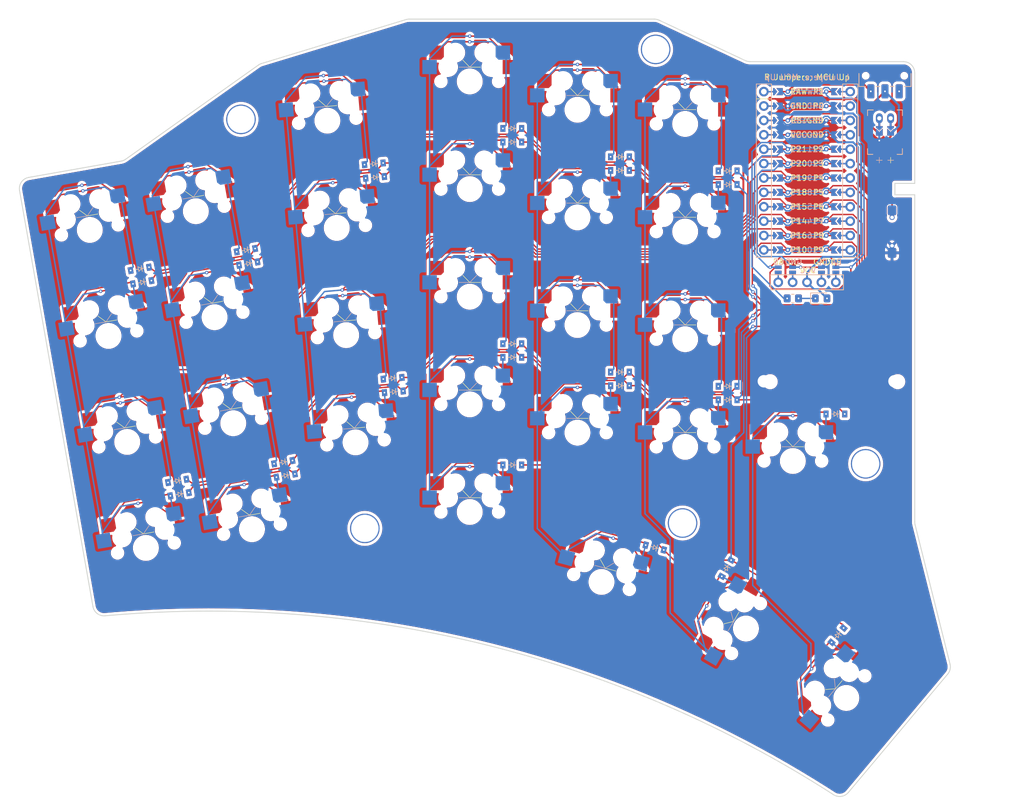
<source format=kicad_pcb>
(kicad_pcb (version 20240108) (generator "pcbnew") (generator_version "8.0")
  (title_block (title "qapla_mx") (date "2024-08-30") (rev "v1.0.0") (company "Unknown"))
  (layers (0 "F.Cu" signal) (31 "B.Cu" signal) (34 "B.Paste" user) (35 "F.Paste" user) (36 "B.SilkS" user "B.Silkscreen") (37 "F.SilkS" user "F.Silkscreen") (38 "B.Mask" user) (39 "F.Mask" user) (44 "Edge.Cuts" user))
  (net 0 "")
  (net 1 "P20")
  (net 2 "outer_bottom")
  (net 3 "outer_home")
  (net 4 "outer_top")
  (net 5 "outer_num")
  (net 6 "P19")
  (net 7 "pinky_bottom")
  (net 8 "pinky_home")
  (net 9 "pinky_top")
  (net 10 "pinky_num")
  (net 11 "P18")
  (net 12 "ring_bottom")
  (net 13 "ring_home")
  (net 14 "ring_top")
  (net 15 "ring_num")
  (net 16 "P15")
  (net 17 "middle_mod")
  (net 18 "middle_bottom")
  (net 19 "middle_home")
  (net 20 "middle_top")
  (net 21 "middle_num")
  (net 22 "P14")
  (net 23 "index_bottom")
  (net 24 "index_home")
  (net 25 "index_top")
  (net 26 "index_num")
  (net 27 "P16")
  (net 28 "inner_bottom")
  (net 29 "inner_home")
  (net 30 "inner_top")
  (net 31 "inner_num")
  (net 32 "P10")
  (net 33 "inner_far_bottom")
  (net 34 "alt_mod")
  (net 35 "inner_mod")
  (net 36 "outer_mod")
  (net 37 "P7")
  (net 38 "P9")
  (net 39 "P6")
  (net 40 "P8")
  (net 41 "P5")
  (net 42 "RAW")
  (net 43 "GND")
  (net 44 "RST")
  (net 45 "VCC")
  (net 46 "P21")
  (net 47 "P1")
  (net 48 "P0")
  (net 49 "P2")
  (net 50 "P3")
  (net 51 "P4")
  (net 52 "MCU1_24")
  (net 53 "MCU1_1")
  (net 54 "MCU1_23")
  (net 55 "MCU1_2")
  (net 56 "MCU1_22")
  (net 57 "MCU1_3")
  (net 58 "MCU1_21")
  (net 59 "MCU1_4")
  (net 60 "MCU1_20")
  (net 61 "MCU1_5")
  (net 62 "MCU1_19")
  (net 63 "MCU1_6")
  (net 64 "MCU1_18")
  (net 65 "MCU1_7")
  (net 66 "MCU1_17")
  (net 67 "MCU1_8")
  (net 68 "MCU1_16")
  (net 69 "MCU1_9")
  (net 70 "MCU1_15")
  (net 71 "MCU1_10")
  (net 72 "MCU1_14")
  (net 73 "MCU1_11")
  (net 74 "MCU1_13")
  (net 75 "MCU1_12")
  (net 76 "DISP1_1")
  (net 77 "DISP1_2")
  (net 78 "DISP1_4")
  (net 79 "DISP1_5")
  (net 80 "BAT_P")
  (net 81 "JST1_1")
  (net 82 "JST1_2")
  (net 83 "_44_1")
  (footprint "VIA-0.6mm" (layer "F.Cu") (at 216.21899 67.87642)
    (property "Reference" "REF**" (hide yes))
    (property "Value" "VIA-0.6mm" (hide yes))
  )
  (footprint "VIA-0.6mm" (layer "F.Cu") (at 116.400339 85.128515 10)
    (property "Reference" "REF**" (hide yes))
    (property "Value" "VIA-0.6mm" (hide yes))
  )
  (footprint "VIA-0.6mm" (layer "F.Cu") (at 154.061953 47.260699 5)
    (property "Reference" "REF**" (hide yes))
    (property "Value" "VIA-0.6mm" (hide yes))
  )
  (footprint "VIA-0.6mm" (layer "F.Cu") (at 197.21899 45.376422)
    (property "Reference" "REF**" (hide yes))
    (property "Value" "VIA-0.6mm" (hide yes))
  )
  (footprint "VIA-0.6mm" (layer "F.Cu") (at 220.015827 121.948921 60)
    (property "Reference" "REF**" (hide yes))
    (property "Value" "VIA-0.6mm" (hide yes))
  )
  (footprint "VIA-0.6mm" (layer "F.Cu") (at 197.21899 83.376423)
    (property "Reference" "REF**" (hide yes))
    (property "Value" "VIA-0.6mm" (hide yes))
  )
  (footprint "R_0805_2012Metric_Pad1.20x1.40mm_HandSolder" (layer "F.Cu") (at 237.718988 67.676421)
    (property "Reference" "_44" (hide yes))
    (property "Value" "")
  )
  (footprint "VIA-0.6mm" (layer "F.Cu") (at 197.218989 27.376419)
    (property "Reference" "REF**" (hide yes))
    (property "Value" "VIA-0.6mm" (hide yes))
  )
  (footprint "VIA-0.6mm" (layer "F.Cu") (at 128.686698 45.391314 10)
    (property "Reference" "REF**" (hide yes))
    (property "Value" "VIA-0.6mm" (hide yes))
  )
  (footprint "ceoloide:mounting_hole_plated" (layer "F.Cu") (at 211.010149 23.72333)
    (property "Reference" "H3" (hide yes))
    (property "Value" "")
  )
  (footprint "VIA-0.6mm" (layer "F.Cu") (at 178.218991 60.376418)
    (property "Reference" "REF**" (hide yes))
    (property "Value" "VIA-0.6mm" (hide yes))
  )
  (footprint "VIA-0.6mm" (layer "F.Cu") (at 197.218989 26.376422)
    (property "Reference" "REF**" (hide yes))
    (property "Value" "VIA-0.6mm" (hide yes))
  )
  (footprint "VIA-0.6mm" (layer "F.Cu") (at 155.805064 67.184591 5)
    (property "Reference" "REF**" (hide yes))
    (property "Value" "VIA-0.6mm" (hide yes))
  )
  (footprint "VIA-0.6mm" (layer "F.Cu") (at 178.218989 22.376422)
    (property "Reference" "REF**" (hide yes))
    (property "Value" "VIA-0.6mm" (hide yes))
  )
  (footprint "VIA-0.6mm" (layer "F.Cu") (at 109.801708 47.705827 10)
    (property "Reference" "REF**" (hide yes))
    (property "Value" "VIA-0.6mm" (hide yes))
  )
  (footprint "VIA-0.6mm" (layer "F.Cu") (at 119.699652 103.83987 10)
    (property "Reference" "REF**" (hide yes))
    (property "Value" "VIA-0.6mm" (hide yes))
  )
  (footprint "VIA-0.6mm" (layer "F.Cu") (at 216.218988 85.876417)
    (property "Reference" "REF**" (hide yes))
    (property "Value" "VIA-0.6mm" (hide yes))
  )
  (footprint "VIA-0.6mm" (layer "F.Cu") (at 155.717904 66.188392 5)
    (property "Reference" "REF**" (hide yes))
    (property "Value" "VIA-0.6mm" (hide yes))
  )
  (footprint "VIA-0.6mm" (layer "F.Cu") (at 116.573984 86.113331 10)
    (property "Reference" "REF**" (hide yes))
    (property "Value" "VIA-0.6mm" (hide yes))
  )
  (footprint "ceoloide:mounting_hole_plated" (layer "F.Cu") (at 215.760156 107.323336)
    (property "Reference" "H4" (hide yes))
    (property "Value" "")
  )
  (footprint "ceoloide:mounting_hole_plated" (layer "F.Cu") (at 248.060153 96.873336)
    (property "Reference" "H5" (hide yes))
    (property "Value" "")
  )
  (footprint "VIA-0.6mm" (layer "F.Cu") (at 178.218994 21.37642)
    (property "Reference" "REF**" (hide yes))
    (property "Value" "VIA-0.6mm" (hide yes))
  )
  (footprint "VIA-0.6mm" (layer "F.Cu") (at 197.21899 65.376422)
    (property "Reference" "REF**" (hide yes))
    (property "Value" "VIA-0.6mm" (hide yes))
  )
  (footprint "VIA-0.6mm" (layer "F.Cu") (at 178.218988 78.376421)
    (property "Reference" "REF**" (hide yes))
    (property "Value" "VIA-0.6mm" (hide yes))
  )
  (footprint "ceoloide:mounting_hole_plated" (layer "F.Cu") (at 159.710158 108.273338)
    (property "Reference" "H2" (hide yes))
    (property "Value" "")
  )
  (footprint "VIA-0.6mm" (layer "F.Cu") (at 157.373865 85.116098 5)
    (property "Reference" "REF**" (hide yes))
    (property "Value" "VIA-0.6mm" (hide yes))
  )
  (footprint "reset_switch" (layer "F.Cu") (at 252.718986 55.876421 90)
    (property "Reference" "_42" (hide yes))
    (property "Value" "" (hide yes))
  )
  (footprint "VIA-0.6mm" (layer "F.Cu") (at 135.111682 81.829207 10)
    (property "Reference" "REF**" (hide yes))
    (property "Value" "VIA-0.6mm" (hide yes))
  )
  (footprint "ceoloide:mounting_hole_npth" (layer "F.Cu") (at 231.147 82.376419)
    (property "Reference" "MH1" (hide yes))
    (property "Value" "")
  )
  (footprint "ceoloide:mcu_nice_nano" (layer "F.Cu") (at 237.718986 43.876419)
    (property "Reference" "MCU1" (hide yes))
    (property "Value" "")
  )
  (footprint "ceoloide:display_nice_view" (layer "F.Cu") (at 237.718989 48.126419)
    (property "Reference" "DISP1" (hide yes))
    (property "Value" "")
  )
  (footprint "VIA-0.6mm" (layer "F.Cu") (at 135.285332 82.814013 10)
    (property "Reference" "REF**" (hide yes))
    (property "Value" "VIA-0.6mm" (hide yes))
  )
  (footprint "VIA-0.6mm" (layer "F.Cu") (at 238.518333 133.061713 50)
    (property "Reference" "REF**" (hide yes))
    (property "Value" "VIA-0.6mm" (hide yes))
  )
  (footprint "VIA-0.6mm" (layer "F.Cu") (at 235.218983 88.376419)
    (property "Reference" "REF**" (hide yes))
    (property "Value" "VIA-0.6mm" (hide yes))
  )
  (footprint "VIA-0.6mm" (layer "F.Cu") (at 197.218986 64.376424)
    (property "Reference" "REF**" (hide yes))
    (property "Value" "VIA-0.6mm" (hide yes))
  )
  (footprint "VIA-0.6mm" (layer "F.Cu") (at 152.405983 28.332997 5)
    (property "Reference" "REF**" (hide yes))
    (property "Value" "VIA-0.6mm" (hide yes))
  )
  (footprint "switch_JS102011SAQN" (layer "F.Cu") (at 251.468992 28.376419 180)
    (property "Reference" "_43" (hide yes))
    (property "Value" "")
  )
  (footprint "ceoloide:battery_connector_jst_ph_2" (layer "F.Cu") (at 251.468991 35.876425)
    (property "Reference" "JST1" (hide yes))
    (property "Value" "")
  )
  (footprint "ceoloide:mounting_hole_npth" (layer "F.Cu") (at 253.71899 82.376422)
    (property "Reference" "MH2" (hide yes))
    (property "Value" "")
  )
  (footprint "VIA-0.6mm" (layer "F.Cu") (at 131.81237 63.117858 10)
    (property "Reference" "REF**" (hide yes))
    (property "Value" "VIA-0.6mm" (hide yes))
  )
  (footprint "VIA-0.6mm" (layer "F.Cu") (at 113.101023 66.417172 10)
    (property "Reference" "REF**" (hide yes))
    (property "Value" "VIA-0.6mm" (hide yes))
  )
  (footprint "ceoloide:mounting_hole_plated" (layer "F.Cu") (at 137.860152 36.073331)
    (property "Reference" "H1" (hide yes))
    (property "Value" "")
  )
  (footprint "VIA-0.6mm" (layer "F.Cu") (at 216.218992 66.876426)
    (property "Reference" "REF**" (hide yes))
    (property "Value" "VIA-0.6mm" (hide yes))
  )
  (footprint "VIA-0.6mm" (layer "F.Cu") (at 178.218988 40.376418)
    (property "Reference" "REF**" (hide yes))
    (property "Value" "VIA-0.6mm" (hide yes))
  )
  (footprint "D_0805_2012Metric_Pad1.15x1.40mm_HandSolder" (layer "F.Cu") (at 237.718988 67.676421)
    (property "Reference" "_44" (hide yes))
    (property "Value" "")
  )
  (footprint "VIA-0.6mm" (layer "F.Cu") (at 216.21899 29.876422)
    (property "Reference" "REF**" (hide yes))
    (property "Value" "VIA-0.6mm" (hide yes))
  )
  (footprint "VIA-0.6mm" (layer "F.Cu") (at 178.218992 59.376424)
    (property "Reference" "REF**" (hide yes))
    (property "Value" "VIA-0.6mm" (hide yes))
  )
  (footprint "VIA-0.6mm" (layer "F.Cu") (at 152.493141 29.329191 5)
    (property "Reference" "REF**" (hide yes))
    (property "Value" "VIA-0.6mm" (hide yes))
  )
  (footprint "VIA-0.6mm" (layer "F.Cu") (at 128.513058 44.406513 10)
    (property "Reference" "REF**" (hide yes))
    (property "Value" "VIA-0.6mm" (hide yes))
  )
  (footprint "VIA-0.6mm" (layer "F.Cu") (at 178.21899 97.376424)
    (property "Reference" "REF**" (hide yes))
    (property "Value" "VIA-0.6mm" (hide yes))
  )
  (footprint "VIA-0.6mm" (layer "F.Cu") (at 216.218988 47.876424)
    (property "Reference" "REF**" (hide yes))
    (property "Value" "VIA-0.6mm" (hide yes))
  )
  (footprint "VIA-0.6mm" (layer "F.Cu") (at 203.532181 109.997482 -15)
    (property "Reference" "REF**" (hide yes))
    (property "Value" "VIA-0.6mm" (hide yes))
  )
  (footprint "VIA-0.6mm" (layer "F.Cu") (at 109.975356 48.690634 10)
    (property "Reference" "REF**" (hide yes))
    (property "Value" "VIA-0.6mm" (hide yes))
  )
  (footprint "VIA-0.6mm" (layer "F.Cu") (at 138.410996 100.54055 10)
    (property "Reference" "REF**" (hide yes))
    (property "Value" "VIA-0.6mm" (hide yes))
  )
  (footprint "VIA-0.6mm" (layer "F.Cu") (at 216.218991 28.876422)
    (property "Reference" "REF**" (hide yes))
    (property "Value" "VIA-0.6mm" (hide yes))
  )
  (footprint "ceoloide:switch_mx" (layer "B.Cu") (at 235.218986 96.376421)
    (property "Reference" "S26" (hide yes))
    (property "Value" "")
  )
  (footprint "ceoloide:switch_mx" (layer "B.Cu") (at 201.461633 117.724892 -15)
    (property "Reference" "S27" (hide yes))
    (property "Value" "")
  )
  (footprint "ceoloide:diode_tht_sod123" (layer "B.Cu") (at 223.718992 85.576424 180)
    (property "Reference" "D24" (hide yes))
    (property "Value" "")
  )
  (footprint "ceoloide:diode_tht_sod123" (layer "B.Cu") (at 164.81918 84.163576 -175)
    (property "Reference" "D17" (hide yes))
    (property "Value" "")
  )
  (footprint "ceoloide:diode_tht_sod123" (layer "B.Cu") (at 185.71899 78.076424 180)
    (property "Reference" "D20" (hide yes))
    (property "Value" "")
  )
  (footprint "ceoloide:diode_tht_sod123" (layer "B.Cu") (at 145.328213 96.579212 -170)
    (property "Reference" "D3" (hide yes))
    (property "Value" "")
  )
  (footprint "ceoloide:switch_mx" (layer "B.Cu") (at 156.415152 74.157955 5)
    (property "Reference" "S10" (hide yes))
    (property "Value" "")
  )
  (footprint "ceoloide:diode_tht_sod123" (layer "B.Cu") (at 127.033613 102.242067 -170)
    (property "Reference" "D13" (hide yes))
    (property "Value" "")
  )
  (footprint "ceoloide:switch_mx" (layer "B.Cu") (at 178.218989 67.376416)
    (property "Reference" "S15" (hide yes))
    (property "Value" "")
  )
  (footprint "ceoloide:switch_mx" (layer "B.Cu") (at 178.218991 48.376419)
    (property "Reference" "S16" (hide yes))
    (property "Value" "")
  )
  (footprint "ceoloide:diode_tht_sod123" (layer "B.Cu") (at 185.718989 97.076422 180)
    (property "Reference" "D19" (hide yes))
    (property "Value" "")
  )
  (footprint "ceoloide:diode_tht_sod123" (layer "B.Cu") (at 243.109429 127.123548 -130)
    (property "Reference" "D29" (hide yes))
    (property "Value" "")
  )
  (footprint "ceoloide:switch_mx" (layer "B.Cu") (at 121.088837 111.718329 10)
    (property "Reference" "S1" (hide yes))
    (property "Value" "")
  )
  (footprint "ceoloide:switch_mx" (layer "B.Cu") (at 216.218991 36.876428)
    (property "Reference" "S25" (hide yes))
    (property "Value" "")
  )
  (footprint "ceoloide:switch_mx" (layer "B.Cu") (at 117.789525 93.006985 10)
    (property "Reference" "S2" (hide yes))
    (property "Value" "")
  )
  (footprint "ceoloide:switch_mx" (layer "B.Cu") (at 111.190892 55.584287 10)
    (property "Reference" "S4" (hide yes))
    (property "Value" "")
  )
  (footprint "ceoloide:diode_tht_sod123" (layer "B.Cu") (at 204.718988 42.67642 180)
    (property "Reference" "D10" (hide yes))
    (property "Value" "")
  )
  (footprint "ceoloide:switch_mx" (layer "B.Cu") (at 129.90224 52.284971 10)
    (property "Reference" "S8" (hide yes))
    (property "Value" "")
  )
  (footprint "ceoloide:switch_mx" (layer "B.Cu") (at 197.218989 91.376424)
    (property "Reference" "S18" (hide yes))
    (property "Value" "")
  )
  (footprint "ceoloide:switch_mx" (layer "B.Cu") (at 197.218988 72.376421)
    (property "Reference" "S19" (hide yes))
    (property "Value" "")
  )
  (footprint "ceoloide:switch_mx" (layer "B.Cu") (at 216.218989 55.876415)
    (property "Reference" "S24" (hide yes))
    (property "Value" "")
  )
  (footprint "ceoloide:diode_tht_sod123" (layer "B.Cu") (at 223.718988 47.57642 180)
    (property "Reference" "D25" (hide yes))
    (property "Value" "")
  )
  (footprint "ceoloide:diode_tht_sod123" (layer "B.Cu") (at 210.854271 111.648851 165)
    (property "Reference" "D27" (hide yes))
    (property "Value" "")
  )
  (footprint "ceoloide:switch_mx" (layer "B.Cu") (at 216.218994 93.87642)
    (property "Reference" "S22" (hide yes))
    (property "Value" "")
  )
  (footprint "ceoloide:diode_tht_sod123" (layer "B.Cu") (at 204.718989 80.676418 180)
    (property "Reference" "D9" (hide yes))
    (property "Value" "")
  )
  (footprint "ceoloide:diode_tht_sod123" (layer "B.Cu") (at 204.718991 45.07642 180)
    (property "Reference" "D23" (hide yes))
    (property "Value" "")
  )
  (footprint "ceoloide:diode_tht_sod123" (layer "B.Cu") (at 164.610003 81.772702 -175)
    (property "Reference" "D5" (hide yes))
    (property "Value" "")
  )
  (footprint "ceoloide:switch_mx" (layer "B.Cu") (at 136.500869 89.707669 10)
    (property "Reference" "S6" (hide yes))
    (property "Value" "")
  )
  (footprint "ceoloide:switch_mx" (layer "B.Cu") (at 133.201555 70.99632 10)
    (property "Reference" "S7" (hide yes))
    (property "Value" "")
  )
  (footprint "ceoloide:switch_mx" (layer "B.Cu") (at 178.218997 105.376422)
    (property "Reference" "S13" (hide yes))
    (property "Value" "")
  )
  (footprint "ceoloide:switch_mx" (layer "B.Cu") (at 226.944027 125.948913 60)
    (property "Reference" "S28" (hide yes))
    (property "Value" "")
  )
  (footprint "ceoloide:switch_mx" (layer "B.Cu") (at 158.071117 93.085655 5)
    (property "Reference" "S9" (hide yes))
    (property "Value" "")
  )
  (footprint "ceoloide:switch_mx" (layer "B.Cu") (at 154.759191 55.230257 5)
    (property "Reference" "S11" (hide yes))
    (property "Value" "")
  )
  (footprint "ceoloide:diode_tht_sod123" (layer "B.Cu") (at 185.718992 40.076421 180)
    (property "Reference" "D21" (hide yes))
    (property "Value" "")
  )
  (footprint "ceoloide:diode_tht_sod123" (layer "B.Cu") (at 223.718992 45.176417 180)
    (property "Reference" "D12" (hide yes))
    (property "Value" "")
  )
  (footprint "ceoloide:diode_tht_sod123" (layer "B.Cu") (at 223.718987 83.176419 180)
    (property "Reference" "D11" (hide yes))
    (property "Value" "")
  )
  (footprint "ceoloide:diode_tht_sod123" (layer "B.Cu") (at 204.718993 83.076422 180)
    (property "Reference" "D22" (hide yes))
    (property "Value" "")
  )
  (footprint "ceoloide:diode_tht_sod123" (layer "B.Cu") (at 185.718987 37.67642 180)
    (property "Reference" "D8" (hide yes))
    (property "Value" "")
  )
  (footprint "ceoloide:switch_mx" (layer "B.Cu") (at 153.103235 36.302559 5)
    (property "Reference" "S12" (hide yes))
    (property "Value" "")
  )
  (footprint "ceoloide:switch_mx" (layer "B.Cu") (at 178.218993 86.376421)
    (property "Reference" "S14" (hide yes))
    (property "Value" "")
  )
  (footprint "ceoloide:switch_mx" (layer "B.Cu") (at 216.218983 74.876424)
    (property "Reference" "S23" (hide yes))
    (property "Value" "")
  )
  (footprint "ceoloide:diode_tht_sod123" (layer "B.Cu") (at 120.434986 64.819368 -170)
    (property "Reference" "D14" (hide yes))
    (property "Value" "")
  )
  (footprint "ceoloide:switch_mx" (layer "B.Cu") (at 197.21899 34.376418)
    (property "Reference" "S21" (hide yes))
    (property "Value" "")
  )
  (footprint "ceoloide:switch_mx" (layer "B.Cu") (at 114.490207 74.295634 10)
    (property "Reference" "S3" (hide yes))
    (property "Value" "")
  )
  (footprint "ceoloide:diode_tht_sod123" (layer "B.Cu") (at 185.718997 75.676421 180)
    (property "Reference" "D7" (hide yes))
    (property "Value" "")
  )
  (footprint "ceoloide:switch_mx" (layer "B.Cu") (at 197.218989 53.376423)
    (property "Reference" "S20" (hide yes))
    (property "Value" "")
  )
  (footprint "ceoloide:diode_tht_sod123" (layer "B.Cu") (at 139.146332 61.520049 -170)
    (property "Reference" "D16" (hide yes))
    (property "Value" "")
  )
  (footprint "ceoloide:diode_tht_sod123" (layer "B.Cu") (at 242.71899 88.076421 180)
    (property "Reference" "D26" (hide yes))
    (property "Value" "")
  )
  (footprint "ceoloide:diode_tht_sod123" (layer "B.Cu") (at 138.729577 59.156514 -170)
    (property "Reference" "D4" (hide yes))
    (property "Value" "")
  )
  (footprint "ceoloide:switch_mx" (layer "B.Cu") (at 244.646689 138.204012 50)
    (property "Reference" "S29" (hide yes))
    (property "Value" "")
  )
  (footprint "ceoloide:diode_tht_sod123" (layer "B.Cu") (at 120.018226 62.455831 -170)
    (property "Reference" "D2" (hide yes))
    (property "Value" "")
  )
  (footprint "ceoloide:switch_mx" (layer "B.Cu") (at 178.218994 29.376422)
    (property "Reference" "S17" (hide yes))
    (property "Value" "")
  )
  (footprint "ceoloide:diode_tht_sod123" (layer "B.Cu") (at 161.298082 43.917307 -175)
    (property "Reference" "D6" (hide yes))
    (property "Value" "")
  )
  (footprint "ceoloide:switch_mx" (layer "B.Cu") (at 139.800183 108.419016 10)
    (property "Reference" "S5" (hide yes))
    (property "Value" "")
  )
  (footprint "ceoloide:diode_tht_sod123" (layer "B.Cu") (at 126.616862 99.878528 -170)
    (property "Reference" "D1" (hide yes))
    (property "Value" "")
  )
  (footprint "ceoloide:diode_tht_sod123" (layer "B.Cu") (at 223.506018 115.303724 -120)
    (property "Reference" "D28" (hide yes))
    (property "Value" "")
  )
  (footprint "ceoloide:diode_tht_sod123" (layer "B.Cu") (at 161.507257 46.308169 -175)
    (property "Reference" "D18" (hide yes))
    (property "Value" "")
  )
  (footprint "ceoloide:diode_tht_sod123" (layer "B.Cu") (at 145.744967 98.94275 -170)
    (property "Reference" "D15" (hide yes))
    (property "Value" "")
  )
  (gr_line (start 256.779056 107.615946) (end 262.948793 132.219375) (stroke (width 0.15)) (layer "Edge.Cuts"))
  (gr_line (start 253.218995 49.376418) (end 256.718994 49.376419) (stroke (width 0.15)) (layer "Edge.Cuts"))
  (gr_line (start 117.526354 43.101562) (end 140.921677 26.491065) (stroke (width 0.15)) (layer "Edge.Cuts"))
  (gr_arc (start 262.948793 132.219375) (mid 262.957898 133.154428) (end 262.540946 133.991424) (stroke (width 0.15)) (layer "Edge.Cuts"))
  (gr_line (start 253.218994 47.376426) (end 253.218995 49.376418) (stroke (width 0.15)) (layer "Edge.Cuts"))
  (gr_line (start 256.718986 47.37642) (end 253.218994 47.376426) (stroke (width 0.15)) (layer "Edge.Cuts"))
  (gr_arc (start 227.664486 25.876422) (mid 227.229646 25.828585) (end 226.815616 25.687336) (stroke (width 0.15)) (layer "Edge.Cuts"))
  (gr_line (start 111.74244 122.058762) (end 98.795176 48.631154) (stroke (width 0.15)) (layer "Edge.Cuts"))
  (gr_arc (start 166.934156 18.46315) (mid 167.222233 18.39822) (end 167.51673 18.376419) (stroke (width 0.15)) (layer "Edge.Cuts"))
  (gr_arc (start 113.892173 123.70334) (mid 180.781541 128.755752) (end 242.394265 155.280958) (stroke (width 0.15)) (layer "Edge.Cuts"))
  (gr_line (start 256.718986 104.876424) (end 256.718989 107.129473) (stroke (width 0.15)) (layer "Edge.Cuts"))
  (gr_line (start 262.540946 133.991424) (end 245.009156 154.885001) (stroke (width 0.15)) (layer "Edge.Cuts"))
  (gr_arc (start 98.795176 48.631154) (mid 99.126477 47.136696) (end 100.417497 46.314239) (stroke (width 0.15)) (layer "Edge.Cuts"))
  (gr_line (start 141.496933 26.20856) (end 166.934156 18.46315) (stroke (width 0.15)) (layer "Edge.Cuts"))
  (gr_arc (start 254.718988 25.876422) (mid 256.133182 26.462221) (end 256.718988 27.876423) (stroke (width 0.15)) (layer "Edge.Cuts"))
  (gr_arc (start 245.009156 154.885001) (mid 243.776497 155.576898) (end 242.394265 155.280958) (stroke (width 0.15)) (layer "Edge.Cuts"))
  (gr_line (start 100.417497 46.314239) (end 116.715813 43.440401) (stroke (width 0.15)) (layer "Edge.Cuts"))
  (gr_line (start 256.718986 47.37642) (end 256.718988 27.876423) (stroke (width 0.15)) (layer "Edge.Cuts"))
  (gr_arc (start 113.892173 123.70334) (mid 112.496836 123.299949) (end 111.74244 122.058762) (stroke (width 0.15)) (layer "Edge.Cuts"))
  (gr_line (start 256.718986 104.876424) (end 256.718994 49.376419) (stroke (width 0.15)) (layer "Edge.Cuts"))
  (gr_arc (start 210.7735 18.376423) (mid 211.208333 18.424276) (end 211.622369 18.565506) (stroke (width 0.15)) (layer "Edge.Cuts"))
  (gr_arc (start 256.779056 107.615946) (mid 256.734057 107.374557) (end 256.718989 107.129473) (stroke (width 0.15)) (layer "Edge.Cuts"))
  (gr_line (start 211.622369 18.565506) (end 226.815616 25.687336) (stroke (width 0.15)) (layer "Edge.Cuts"))
  (gr_arc (start 140.921677 26.491065) (mid 141.197915 26.326619) (end 141.496933 26.20856) (stroke (width 0.15)) (layer "Edge.Cuts"))
  (gr_line (start 227.664486 25.876422) (end 254.718988 25.876422) (stroke (width 0.15)) (layer "Edge.Cuts"))
  (gr_arc (start 117.526354 43.101562) (mid 117.139915 43.316026) (end 116.715813 43.440401) (stroke (width 0.15)) (layer "Edge.Cuts"))
  (gr_line (start 167.51673 18.376419) (end 210.7735 18.376423) (stroke (width 0.15)) (layer "Edge.Cuts"))
  (segment (start 227.279984 52.633446) (end 220.952071 58.961363) (width 0.25) (layer "F.Cu") (net 1))
  (segment (start 190.239231 58.961361) (end 188.039233 56.761362) (width 0.25) (layer "F.Cu") (net 1))
  (segment (start 127.625136 107.986623) (end 127.512843 107.349804) (width 0.25) (layer "F.Cu") (net 1))
  (segment (start 121.026508 70.56392) (end 120.766035 69.086717) (width 0.25) (layer "F.Cu") (net 1))
  (segment (start 124.213533 88.638451) (end 124.325822 89.275272) (width 0.25) (layer "F.Cu") (net 1))
  (segment (start 121.936794 103.445401) (end 119.699652 103.83987) (width 0.25) (layer "F.Cu") (net 1))
  (segment (start 116.178549 65.874525) (end 113.101023 66.417172) (width 0.25) (layer "F.Cu") (net 1))
  (segment (start 121.267494 80.26136) (end 116.400339 85.128515) (width 0.25) (layer "F.Cu") (net 1))
  (segment (start 220.952071 58.961363) (end 190.239231 58.961361) (width 0.25) (layer "F.Cu") (net 1))
  (segment (start 232.94399 43.876421) (end 234.318988 43.876419) (width 0.25) (layer "F.Cu") (net 1))
  (segment (start 117.727189 51.85258) (end 117.466716 50.375368) (width 0.25) (layer "F.Cu") (net 1))
  (segment (start 188.039233 56.761362) (end 171.343648 56.761362) (width 0.25) (layer "F.Cu") (net 1))
  (segment (start 134.730044 80.261364) (end 121.267494 80.26136) (width 0.25) (layer "F.Cu") (net 1))
  (segment (start 227.279987 44.997815) (end 227.279984 52.633446) (width 0.25) (layer "F.Cu") (net 1))
  (segment (start 117.466716 50.375368) (end 112.879228 47.163175) (width 0.25) (layer "F.Cu") (net 1))
  (segment (start 153.780044 61.211365) (end 134.730044 80.261364) (width 0.25) (layer "F.Cu") (net 1))
  (segment (start 233.143983 42.701422) (end 229.576384 42.701417) (width 0.25) (layer "F.Cu") (net 1))
  (segment (start 171.343648 56.761362) (end 166.893648 61.211363) (width 0.25) (layer "F.Cu") (net 1))
  (segment (start 166.893648 61.211363) (end 153.780044 61.211365) (width 0.25) (layer "F.Cu") (net 1))
  (segment (start 127.512843 107.349804) (end 121.936794 103.445401) (width 0.25) (layer "F.Cu") (net 1))
  (segment (start 116.400339 85.128515) (end 118.637471 84.734052) (width 0.25) (layer "F.Cu") (net 1))
  (segment (start 120.766035 69.086717) (end 116.178549 65.874525) (width 0.25) (layer "F.Cu") (net 1))
  (segment (start 112.879228 47.163175) (end 109.801708 47.705827) (width 0.25) (layer "F.Cu") (net 1))
  (segment (start 234.318982 43.87642) (end 233.143983 42.701422) (width 0.25) (layer "F.Cu") (net 1))
  (segment (start 118.637471 84.734052) (end 124.213533 88.638451) (width 0.25) (layer "F.Cu") (net 1))
  (segment (start 229.576384 42.701417) (end 227.279987 44.997815) (width 0.25) (layer "F.Cu") (net 1))
  (segment (start 103.772465 54.313179) (end 103.51199 52.835961) (width 0.25) (layer "B.Cu") (net 1))
  (segment (start 240.818684 43.151424) (end 240.313689 43.656422) (width 0.25) (layer "B.Cu") (net 1))
  (segment (start 242.144299 43.876423) (end 241.419296 43.151421) (width 0.25) (layer "B.Cu") (net 1))
  (segment (start 113.670409 110.447214) (end 113.409936 108.970005) (width 0.25) (layer "B.Cu") (net 1))
  (segment (start 241.419296 43.151421) (end 240.818684 43.151424) (width 0.25) (layer "B.Cu") (net 1))
  (segment (start 107.071774 73.024522) (end 106.811309 71.547308) (width 0.25) (layer "B.Cu") (net 1))
  (segment (start 113.409936 108.970005) (end 116.622132 104.38252) (width 0.25) (layer "B.Cu") (net 1))
  (segment (start 242.493995 43.876427) (end 242.144299 43.876423) (width 0.25) (layer "B.Cu") (net 1))
  (segment (start 110.11062 90.258658) (end 113.322817 85.671168) (width 0.25) (layer "B.Cu") (net 1))
  (segment (start 106.811309 71.547308) (end 110.023492 66.959823) (width 0.25) (layer "B.Cu") (net 1))
  (segment (start 113.322817 85.671168) (end 116.400339 85.128515) (width 0.25) (layer "B.Cu") (net 1))
  (segment (start 110.023492 66.959823) (end 113.101023 66.417172) (width 0.25) (layer "B.Cu") (net 1))
  (segment (start 116.622132 104.38252) (end 119.699652 103.83987) (width 0.25) (layer "B.Cu") (net 1))
  (segment (start 103.772465 54.313179) (end 113.670409 110.447214) (width 0.25) (layer "B.Cu") (net 1))
  (segment (start 110.371096 91.735865) (end 110.11062 90.258658) (width 0.25) (layer "B.Cu") (net 1))
  (segment (start 240.313689 43.656422) (end 234.538993 43.656422) (width 0.25) (layer "B.Cu") (net 1))
  (segment (start 103.51199 52.835961) (end 106.724184 48.248478) (width 0.25) (layer "B.Cu") (net 1))
  (segment (start 106.724184 48.248478) (end 109.801708 47.705827) (width 0.25) (layer "B.Cu") (net 1))
  (segment (start 117.329021 103.623234) (end 125.032186 102.264956) (width 0.25) (layer "F.Cu") (net 2))
  (segment (start 114.453461 107.72996) (end 117.329021 103.623234) (width 0.25) (layer "F.Cu") (net 2))
  (segment (start 125.032186 102.264956) (end 125.408683 102.528585) (width 0.25) (layer "F.Cu") (net 2))
  (segment (start 125.402195 102.537849) (end 125.408683 102.528585) (width 0.25) (layer "B.Cu") (net 2))
  (segment (start 125.959948 105.701054) (end 125.402195 102.537849) (width 0.25) (layer "B.Cu") (net 2))
  (segment (start 111.154146 89.018615) (end 112.711566 86.794384) (width 0.25) (layer "F.Cu") (net 3))
  (segment (start 112.711566 86.794384) (end 116.573984 86.113331) (width 0.25) (layer "F.Cu") (net 3))
  (segment (start 122.660636 86.989707) (end 123.312849 87.446385) (width 0.25) (layer "B.Cu") (net 3))
  (segment (start 125.442124 99.522105) (end 124.991931 100.165042) (width 0.25) (layer "B.Cu") (net 3))
  (segment (start 116.573984 86.113331) (end 120.436408 85.432282) (width 0.25) (layer "B.Cu") (net 3))
  (segment (start 120.436408 85.432282) (end 122.660636 86.989707) (width 0.25) (layer "B.Cu") (net 3))
  (segment (start 123.312849 87.446385) (end 125.442124 99.522105) (width 0.25) (layer "B.Cu") (net 3))
  (segment (start 110.730388 66.200543) (end 118.433558 64.842269) (width 0.25) (layer "F.Cu") (net 4))
  (segment (start 118.433558 64.842269) (end 118.810054 65.105894) (width 0.25) (layer "F.Cu") (net 4))
  (segment (start 107.854829 70.307267) (end 110.730388 66.200543) (width 0.25) (layer "F.Cu") (net 4))
  (segment (start 118.803566 65.11516) (end 118.810054 65.105894) (width 0.25) (layer "B.Cu") (net 4))
  (segment (start 119.361323 68.278359) (end 118.803566 65.11516) (width 0.25) (layer "B.Cu") (net 4))
  (segment (start 104.55551 51.595916) (end 106.112941 49.371681) (width 0.25) (layer "F.Cu") (net 5))
  (segment (start 106.112941 49.371681) (end 109.975356 48.690634) (width 0.25) (layer "F.Cu") (net 5))
  (segment (start 116.062009 49.567016) (end 113.837773 48.009587) (width 0.25) (layer "B.Cu") (net 5))
  (segment (start 116.062009 49.567016) (end 116.714217 50.023688) (width 0.25) (layer "B.Cu") (net 5))
  (segment (start 118.843496 62.09941) (end 118.3933 62.742349) (width 0.25) (layer "B.Cu") (net 5))
  (segment (start 116.714217 50.023688) (end 118.843496 62.09941) (width 0.25) (layer "B.Cu") (net 5))
  (segment (start 113.837773 48.009587) (end 109.975356 48.690634) (width 0.25) (layer "B.Cu") (net 5))
  (segment (start 167.080044 61.661361) (end 153.966441 61.661361) (width 0.25) (layer "F.Cu") (net 6))
  (segment (start 135.111682 81.829207) (end 137.348821 81.434737) (width 0.25) (layer "F.Cu") (net 6))
  (segment (start 135.111683 80.516122) (end 135.111682 81.829207) (width 0.25) (layer "F.Cu") (net 6))
  (segment (start 234.318984 46.416421) (end 233.143984 45.24142) (width 0.25) (layer "F.Cu") (net 6))
  (segment (start 131.81237 63.117858) (end 134.889896 62.575208) (width 0.25) (layer "F.Cu") (net 6))
  (segment (start 227.729988 47.123718) (end 227.729987 52.819842) (width 0.25) (layer "F.Cu") (net 6))
  (segment (start 171.530044 57.21136) (end 167.080044 61.661361) (width 0.25) (layer "F.Cu") (net 6))
  (segment (start 136.178069 47.076055) (end 131.59058 43.863859) (width 0.25) (layer "F.Cu") (net 6))
  (segment (start 146.07601 103.210092) (end 141.488525 99.997905) (width 0.25) (layer "F.Cu") (net 6))
  (segment (start 136.438537 48.553265) (end 136.178069 47.076055) (width 0.25) (layer "F.Cu") (net 6))
  (segment (start 190.052836 59.411361) (end 187.852837 57.211363) (width 0.25) (layer "F.Cu") (net 6))
  (segment (start 134.889896 62.575208) (end 139.477383 65.787404) (width 0.25) (layer "F.Cu") (net 6))
  (segment (start 229.612286 45.241421) (end 227.729988 47.123718) (width 0.25) (layer "F.Cu") (net 6))
  (segment (start 187.852837 57.211363) (end 171.530044 57.21136) (width 0.25) (layer "F.Cu") (net 6))
  (segment (start 131.59058 43.863859) (end 128.513058 44.406513) (width 0.25) (layer "F.Cu") (net 6))
  (segment (start 142.924878 85.339135) (end 143.037168 85.975962) (width 0.25) (layer "F.Cu") (net 6))
  (segment (start 146.336482 104.687308) (end 146.07601 103.210092) (width 0.25) (layer "F.Cu") (net 6))
  (segment (start 227.729987 52.819842) (end 221.138471 59.411363) (width 0.25) (layer "F.Cu") (net 6))
  (segment (start 137.348821 81.434737) (end 142.924878 85.339135) (width 0.25) (layer "F.Cu") (net 6))
  (segment (start 141.488525 99.997905) (end 138.410996 100.54055) (width 0.25) (layer "F.Cu") (net 6))
  (segment (start 221.138471 59.411363) (end 190.052836 59.411361) (width 0.25) (layer "F.Cu") (net 6))
  (segment (start 139.477383 65.787404) (end 139.737857 67.26461) (width 0.25) (layer "F.Cu") (net 6))
  (segment (start 233.143984 45.24142) (end 229.612286 45.241421) (width 0.25) (layer "F.Cu") (net 6))
  (segment (start 153.966441 61.661361) (end 135.111683 80.516122) (width 0.25) (layer "F.Cu") (net 6))
  (segment (start 232.943993 46.41642) (end 234.318991 46.416428) (width 0.25) (layer "F.Cu") (net 6))
  (segment (start 122.223338 49.536645) (end 125.435525 44.949162) (width 0.25) (layer "B.Cu") (net 6))
  (segment (start 125.522651 68.247998) (end 128.734845 63.660511) (width 0.25) (layer "B.Cu") (net 6))
  (segment (start 132.034164 82.371855) (end 135.111682 81.829207) (width 0.25) (layer "B.Cu") (net 6))
  (segment (start 128.734845 63.660511) (end 131.81237 63.117858) (width 0.25) (layer "B.Cu") (net 6))
  (segment (start 125.435525 44.949162) (end 128.513058 44.406513) (width 0.25) (layer "B.Cu") (net 6))
  (segment (start 240.818684 45.69142) (end 240.31369 46.196426) (width 0.25) (layer "B.Cu") (net 6))
  (segment (start 122.483812 51.013855) (end 132.381758 107.147901) (width 0.25) (layer "B.Cu") (net 6))
  (segment (start 132.381758 107.147902) (end 132.121283 105.670692) (width 0.25) (layer "B.Cu") (net 6))
  (segment (start 135.333472 101.083206) (end 138.410996 100.54055) (width 0.25) (layer "B.Cu") (net 6))
  (segment (start 128.821969 86.959344) (end 132.034164 82.371855) (width 0.25) (layer "B.Cu") (net 6))
  (segment (start 125.783124 69.725204) (end 125.522651 68.247998) (width 0.25) (layer "B.Cu") (net 6))
  (segment (start 132.121283 105.670692) (end 135.333472 101.083206) (width 0.25) (layer "B.Cu") (net 6))
  (segment (start 132.381758 107.147901) (end 132.381758 107.147902) (width 0.25) (layer "B.Cu") (net 6))
  (segment (start 241.419303 45.691423) (end 240.818684 45.69142) (width 0.25) (layer "B.Cu") (net 6))
  (segment (start 242.144298 46.416423) (end 241.419303 45.691423) (width 0.25) (layer "B.Cu") (net 6))
  (segment (start 122.483812 51.013855) (end 122.223338 49.536645) (width 0.25) (layer "B.Cu") (net 6))
  (segment (start 240.31369 46.196426) (end 234.538987 46.196419) (width 0.25) (layer "B.Cu") (net 6))
  (segment (start 242.493986 46.416422) (end 242.144298 46.416423) (width 0.25) (layer "B.Cu") (net 6))
  (segment (start 129.082441 88.436557) (end 128.821969 86.959344) (width 0.25) (layer "B.Cu") (net 6))
  (segment (start 143.743535 98.965643) (end 144.120035 99.229271) (width 0.25) (layer "F.Cu") (net 7))
  (segment (start 136.040361 100.323919) (end 143.743535 98.965643) (width 0.25) (layer "F.Cu") (net 7))
  (segment (start 133.164808 104.430646) (end 136.040361 100.323919) (width 0.25) (layer "F.Cu") (net 7))
  (segment (start 144.113543 99.238539) (end 144.120035 99.229271) (width 0.25) (layer "B.Cu") (net 7))
  (segment (start 144.671302 102.401736) (end 144.113543 99.238539) (width 0.25) (layer "B.Cu") (net 7))
  (segment (start 131.422919 83.495061) (end 135.285332 82.814013) (width 0.25) (layer "F.Cu") (net 8))
  (segment (start 129.865489 85.7193) (end 131.422919 83.495061) (width 0.25) (layer "F.Cu") (net 8))
  (segment (start 141.371987 83.690393) (end 142.024196 84.147072) (width 0.25) (layer "B.Cu") (net 8))
  (segment (start 139.147748 82.132967) (end 135.285332 82.814013) (width 0.25) (layer "B.Cu") (net 8))
  (segment (start 144.153468 96.222792) (end 143.703282 96.865734) (width 0.25) (layer "B.Cu") (net 8))
  (segment (start 141.371983 83.690394) (end 139.147748 82.132967) (width 0.25) (layer "B.Cu") (net 8))
  (segment (start 142.024196 84.147072) (end 144.153468 96.222792) (width 0.25) (layer "B.Cu") (net 8))
  (segment (start 129.441736 62.901218) (end 137.144903 61.542946) (width 0.25) (layer "F.Cu") (net 9))
  (segment (start 137.144903 61.542946) (end 137.5214 61.806571) (width 0.25) (layer "F.Cu") (net 9))
  (segment (start 126.566176 67.007947) (end 129.441736 62.901218) (width 0.25) (layer "F.Cu") (net 9))
  (segment (start 137.514912 61.815838) (end 137.5214 61.806571) (width 0.25) (layer "B.Cu") (net 9))
  (segment (start 138.072671 64.979045) (end 137.514912 61.815838) (width 0.25) (layer "B.Cu") (net 9))
  (segment (start 123.266862 48.2966) (end 124.824282 46.072372) (width 0.25) (layer "F.Cu") (net 10))
  (segment (start 124.824282 46.072372) (end 128.686698 45.391314) (width 0.25) (layer "F.Cu") (net 10))
  (segment (start 137.55484 58.800092) (end 137.104646 59.443034) (width 0.25) (layer "B.Cu") (net 10))
  (segment (start 134.773355 46.2677) (end 132.549123 44.710267) (width 0.25) (layer "B.Cu") (net 10))
  (segment (start 135.425566 46.724372) (end 137.55484 58.800092) (width 0.25) (layer "B.Cu") (net 10))
  (segment (start 132.549123 44.710267) (end 128.686698 45.391314) (width 0.25) (layer "B.Cu") (net 10))
  (segment (start 134.773355 46.2677) (end 135.425566 46.724372) (width 0.25) (layer "B.Cu") (net 10))
  (segment (start 232.943994 48.956425) (end 234.318986 48.956418) (width 0.25) (layer "F.Cu") (net 11))
  (segment (start 233.143984 47.781419) (end 229.59638 47.781421) (width 0.25) (layer "F.Cu") (net 11))
  (segment (start 163.121083 69.515828) (end 158.831012 65.916038) (width 0.25) (layer "F.Cu") (net 11))
  (segment (start 161.595856 52.082422) (end 161.465118 50.58813) (width 0.25) (layer "F.Cu") (net 11))
  (segment (start 164.77704 88.44353) (end 160.486972 84.84373) (width 0.25) (layer "F.Cu") (net 11))
  (segment (start 155.519095 28.060638) (end 152.405983 28.332997) (width 0.25) (layer "F.Cu") (net 11))
  (segment (start 163.25182 71.010124) (end 163.121083 69.515828) (width 0.25) (layer "F.Cu") (net 11))
  (segment (start 221.324865 59.861361) (end 189.866441 59.861363) (width 0.25) (layer "F.Cu") (net 11))
  (segment (start 158.831012 65.916038) (end 155.717904 66.188392) (width 0.25) (layer "F.Cu") (net 11))
  (segment (start 228.179986 49.197816) (end 228.179985 53.006239) (width 0.25) (layer "F.Cu") (net 11))
  (segment (start 157.175054 46.988337) (end 154.061953 47.260699) (width 0.25) (layer "F.Cu") (net 11))
  (segment (start 171.716441 57.661363) (end 167.26644 62.111364) (width 0.25) (layer "F.Cu") (net 11))
  (segment (start 234.31898 48.95642) (end 233.143984 47.781419) (width 0.25) (layer "F.Cu") (net 11))
  (segment (start 159.809162 31.660435) (end 155.519095 28.060638) (width 0.25) (layer "F.Cu") (net 11))
  (segment (start 187.666438 57.661364) (end 171.716441 57.661363) (width 0.25) (layer "F.Cu") (net 11))
  (segment (start 161.465118 50.58813) (end 157.175054 46.988337) (width 0.25) (layer "F.Cu") (net 11))
  (segment (start 160.486972 84.84373) (end 157.373865 85.116098) (width 0.25) (layer "F.Cu") (net 11))
  (segment (start 159.939894 33.154725) (end 159.809162 31.660435) (width 0.25) (layer "F.Cu") (net 11))
  (segment (start 164.907775 89.937816) (end 164.77704 88.44353) (width 0.25) (layer "F.Cu") (net 11))
  (segment (start 189.866441 59.861363) (end 187.666438 57.661364) (width 0.25) (layer "F.Cu") (net 11))
  (segment (start 229.59638 47.781421) (end 228.179986 49.197816) (width 0.25) (layer "F.Cu") (net 11))
  (segment (start 159.794934 62.111362) (end 155.717904 66.188392) (width 0.25) (layer "F.Cu") (net 11))
  (segment (start 167.26644 62.111364) (end 159.794934 62.111362) (width 0.25) (layer "F.Cu") (net 11))
  (segment (start 228.179985 53.006239) (end 221.324865 59.861361) (width 0.25) (layer "F.Cu") (net 11))
  (segment (start 145.823823 34.389721) (end 150.791694 91.172818) (width 0.25) (layer "B.Cu") (net 11))
  (segment (start 147.479778 53.31742) (end 147.349043 51.823127) (width 0.25) (layer "B.Cu") (net 11))
  (segment (start 149.135737 72.245115) (end 149.004998 70.750829) (width 0.25) (layer "B.Cu") (net 11))
  (segment (start 149.292876 28.605357) (end 152.405983 28.332997) (width 0.25) (layer "B.Cu") (net 11))
  (segment (start 150.791694 91.172818) (end 150.791696 91.172817) (width 0.25) (layer "B.Cu") (net 11))
  (segment (start 240.313689 48.73642) (end 234.538989 48.736423) (width 0.25) (layer "B.Cu") (net 11))
  (segment (start 150.791697 91.172818) (end 150.660965 89.678525) (width 0.25) (layer "B.Cu") (net 11))
  (segment (start 242.144293 48.956414) (end 241.419296 48.231418) (width 0.25) (layer "B.Cu") (net 11))
  (segment (start 152.604801 66.460757) (end 155.717904 66.188392) (width 0.25) (layer "B.Cu") (net 11))
  (segment (start 145.823819 34.38972) (end 145.693085 32.895431) (width 0.25) (layer "B.Cu") (net 11))
  (segment (start 150.948835 47.533065) (end 154.061953 47.260699) (width 0.25) (layer "B.Cu") (net 11))
  (segment (start 149.004998 70.750829) (end 152.604801 66.460757) (width 0.25) (layer "B.Cu") (net 11))
  (segment (start 242.493988 48.956416) (end 242.144293 48.956414) (width 0.25) (layer "B.Cu") (net 11))
  (segment (start 150.660965 89.678525) (end 154.260757 85.388464) (width 0.25) (layer "B.Cu") (net 11))
  (segment (start 147.349043 51.823127) (end 150.948835 47.533065) (width 0.25) (layer "B.Cu") (net 11))
  (segment (start 145.693085 32.895431) (end 149.292876 28.605357) (width 0.25) (layer "B.Cu") (net 11))
  (segment (start 154.260757 85.388464) (end 157.373865 85.116098) (width 0.25) (layer "B.Cu") (net 11))
  (segment (start 240.818682 48.231418) (end 240.313689 48.73642) (width 0.25) (layer "B.Cu") (net 11))
  (segment (start 241.419296 48.231418) (end 240.818682 48.231418) (width 0.25) (layer "B.Cu") (net 11))
  (segment (start 162.823366 84.011942) (end 163.175461 84.307384) (width 0.25) (layer "F.Cu") (net 12))
  (segment (start 151.808592 88.534151) (end 155.031136 84.693673) (width 0.25) (layer "F.Cu") (net 12))
  (segment (start 155.031136 84.693673) (end 162.823366 84.011942) (width 0.25) (layer "F.Cu") (net 12))
  (segment (start 163.168187 84.31604) (end 163.175463 84.307377) (width 0.25) (layer "B.Cu") (net 12))
  (segment (start 163.448133 87.515824) (end 163.168187 84.31604) (width 0.25) (layer "B.Cu") (net 12))
  (segment (start 150.15263 69.606451) (end 151.897988 67.52642) (width 0.25) (layer "F.Cu") (net 13))
  (segment (start 151.897988 67.52642) (end 155.805064 67.184591) (width 0.25) (layer "F.Cu") (net 13))
  (segment (start 161.792168 68.58812) (end 162.402097 69.099914) (width 0.25) (layer "B.Cu") (net 13))
  (segment (start 162.402097 69.099914) (end 163.4708 81.315256) (width 0.25) (layer "B.Cu") (net 13))
  (segment (start 161.792168 68.58812) (end 159.712136 66.842766) (width 0.25) (layer "B.Cu") (net 13))
  (segment (start 163.4708 81.315256) (end 162.966282 81.916513) (width 0.25) (layer "B.Cu") (net 13))
  (segment (start 159.712136 66.842766) (end 155.805064 67.184591) (width 0.25) (layer "B.Cu") (net 13))
  (segment (start 159.511458 46.156545) (end 159.863543 46.451978) (width 0.25) (layer "F.Cu") (net 14))
  (segment (start 151.719213 46.838271) (end 159.511458 46.156545) (width 0.25) (layer "F.Cu") (net 14))
  (segment (start 148.496674 50.678748) (end 151.719213 46.838271) (width 0.25) (layer "F.Cu") (net 14))
  (segment (start 160.136212 49.660424) (end 159.856267 46.460646) (width 0.25) (layer "B.Cu") (net 14))
  (segment (start 159.856267 46.460646) (end 159.863543 46.451978) (width 0.25) (layer "B.Cu") (net 14))
  (segment (start 146.84071 31.75105) (end 148.586068 29.671012) (width 0.25) (layer "F.Cu") (net 15))
  (segment (start 148.586068 29.671012) (end 152.493141 29.329191) (width 0.25) (layer "F.Cu") (net 15))
  (segment (start 158.480252 30.732724) (end 156.40022 28.987365) (width 0.25) (layer "B.Cu") (net 15))
  (segment (start 156.40022 28.987365) (end 152.493141 29.329191) (width 0.25) (layer "B.Cu") (net 15))
  (segment (start 159.090178 31.244514) (end 160.158884 43.459853) (width 0.25) (layer "B.Cu") (net 15))
  (segment (start 160.158884 43.459853) (end 159.654371 44.061111) (width 0.25) (layer "B.Cu") (net 15))
  (segment (start 158.480252 30.732724) (end 159.090178 31.244514) (width 0.25) (layer "B.Cu") (net 15))
  (segment (start 228.629987 51.303716) (end 228.629987 53.192635) (width 0.25) (layer "F.Cu") (net 16))
  (segment (start 228.629987 53.192635) (end 221.461261 60.361364) (width 0.25) (layer "F.Cu") (net 16))
  (segment (start 185.303986 83.836418) (end 185.303989 82.336424) (width 0.25) (layer "F.Cu") (net 16))
  (segment (start 189.730045 60.361361) (end 187.480044 58.11136) (width 0.25) (layer "F.Cu") (net 16))
  (segment (start 179.484053 58.111364) (end 178.218992 59.376424) (width 0.25) (layer "F.Cu") (net 16))
  (segment (start 185.303991 26.836417) (end 185.303992 25.336422) (width 0.25) (layer "F.Cu") (net 16))
  (segment (start 221.461261 60.361364) (end 189.730045 60.361361) (width 0.25) (layer "F.Cu") (net 16))
  (segment (start 181.34399 78.376425) (end 178.218988 78.376421) (width 0.25) (layer "F.Cu") (net 16))
  (segment (start 232.953984 50.13142) (end 229.802285 50.131418) (width 0.25) (layer "F.Cu") (net 16))
  (segment (start 185.303992 25.336422) (end 181.343991 21.376416) (width 0.25) (layer "F.Cu") (net 16))
  (segment (start 185.303991 45.836419) (end 185.303993 44.336421) (width 0.25) (layer "F.Cu") (net 16))
  (segment (start 187.480044 58.11136) (end 179.484053 58.111364) (width 0.25) (layer "F.Cu") (net 16))
  (segment (start 181.344 97.376421) (end 178.21899 97.376424) (width 0.25) (layer "F.Cu") (net 16))
  (segment (start 185.303992 102.836422) (end 185.303991 101.336422) (width 0.25) (layer "F.Cu") (net 16))
  (segment (start 234.318982 51.496422) (end 232.953984 50.13142) (width 0.25) (layer "F.Cu") (net 16))
  (segment (start 185.303993 64.836419) (end 185.303992 64.189774) (width 0.25) (layer "F.Cu") (net 16))
  (segment (start 180.490642 59.376421) (end 178.218992 59.376424) (width 0.25) (layer "F.Cu") (net 16))
  (segment (start 232.943991 51.496416) (end 234.318991 51.496423) (width 0.25) (layer "F.Cu") (net 16))
  (segment (start 185.303991 101.336422) (end 181.344 97.376421) (width 0.25) (layer "F.Cu") (net 16))
  (segment (start 181.34399 40.37642) (end 178.218988 40.376418) (width 0.25) (layer "F.Cu") (net 16))
  (segment (start 185.303989 82.336424) (end 181.34399 78.376425) (width 0.25) (layer "F.Cu") (net 16))
  (segment (start 185.303992 64.189774) (end 180.490642 59.376421) (width 0.25) (layer "F.Cu") (net 16))
  (segment (start 181.343991 21.376416) (end 178.218994 21.37642) (width 0.25) (layer "F.Cu") (net 16))
  (segment (start 185.303993 44.336421) (end 181.34399 40.37642) (width 0.25) (layer "F.Cu") (net 16))
  (segment (start 229.802285 50.131418) (end 228.629987 51.303716) (width 0.25) (layer "F.Cu") (net 16))
  (segment (start 171.133995 26.836423) (end 171.133987 25.336424) (width 0.25) (layer "B.Cu") (net 16))
  (segment (start 171.133993 102.836426) (end 171.133994 101.336422) (width 0.25) (layer "B.Cu") (net 16))
  (segment (start 171.13399 63.336423) (end 175.093991 59.376425) (width 0.25) (layer "B.Cu") (net 16))
  (segment (start 242.144291 51.496425) (end 241.419299 50.771424) (width 0.25) (layer "B.Cu") (net 16))
  (segment (start 171.133986 82.33642) (end 175.093994 78.376424) (width 0.25) (layer "B.Cu") (net 16))
  (segment (start 242.493993 51.496423) (end 242.144291 51.496425) (width 0.25) (layer "B.Cu") (net 16))
  (segment (start 171.133994 101.336422) (end 175.093988 97.376419) (width 0.25) (layer "B.Cu") (net 16))
  (segment (start 171.133987 25.336424) (end 175.093992 21.376424) (width 0.25) (layer "B.Cu") (net 16))
  (segment (start 175.093988 97.376419) (end 178.21899 97.376424) (width 0.25) (layer "B.Cu") (net 16))
  (segment (start 171.133995 26.836423) (end 171.133993 102.836426) (width 0.25) (layer "B.Cu") (net 16))
  (segment (start 175.093994 78.376424) (end 178.218988 78.376421) (width 0.25) (layer "B.Cu") (net 16))
  (segment (start 171.133996 83.836421) (end 171.133986 82.33642) (width 0.25) (layer "B.Cu") (net 16))
  (segment (start 241.419299 50.771424) (end 240.818685 50.771425) (width 0.25) (layer "B.Cu") (net 16))
  (segment (start 175.093992 21.376424) (end 178.218994 21.37642) (width 0.25) (layer "B.Cu") (net 16))
  (segment (start 171.133991 45.836421) (end 171.13399 44.336422) (width 0.25) (layer "B.Cu") (net 16))
  (segment (start 240.313685 51.276416) (end 234.538993 51.276426) (width 0.25) (layer "B.Cu") (net 16))
  (segment (start 171.13399 44.336422) (end 175.093986 40.376416) (width 0.25) (layer "B.Cu") (net 16))
  (segment (start 175.093991 59.376425) (end 178.218992 59.376424) (width 0.25) (layer "B.Cu") (net 16))
  (segment (start 175.093986 40.376416) (end 178.218988 40.376418) (width 0.25) (layer "B.Cu") (net 16))
  (segment (start 240.818685 50.771425) (end 240.313685 51.276416) (width 0.25) (layer "B.Cu") (net 16))
  (segment (start 171.133988 64.836419) (end 171.13399 63.336423) (width 0.25) (layer "B.Cu") (net 16))
  (segment (start 183.743986 96.751425) (end 184.068993 97.076419) (width 0.25) (layer "F.Cu") (net 17))
  (segment (start 172.376992 100.296424) (end 175.921993 96.751418) (width 0.25) (layer "F.Cu") (net 17))
  (segment (start 175.921993 96.751418) (end 183.743986 96.751425) (width 0.25) (layer "F.Cu") (net 17))
  (segment (start 184.060994 97.084423) (end 184.068993 97.076419) (width 0.25) (layer "B.Cu") (net 17))
  (segment (start 184.060991 100.296423) (end 184.060994 97.084423) (width 0.25) (layer "B.Cu") (net 17))
  (segment (start 175.921992 77.751419) (end 183.74399 77.751423) (width 0.25) (layer "F.Cu") (net 18))
  (segment (start 183.74399 77.751423) (end 184.06899 78.076421) (width 0.25) (layer "F.Cu") (net 18))
  (segment (start 172.376986 81.296422) (end 175.921992 77.751419) (width 0.25) (layer "F.Cu") (net 18))
  (segment (start 184.060993 81.296419) (end 184.060991 78.084427) (width 0.25) (layer "B.Cu") (net 18))
  (segment (start 184.060991 78.084427) (end 184.06899 78.076421) (width 0.25) (layer "B.Cu") (net 18))
  (segment (start 174.296988 60.376417) (end 172.376985 62.296423) (width 0.25) (layer "F.Cu") (net 19))
  (segment (start 178.218991 60.376418) (end 174.296988 60.376417) (width 0.25) (layer "F.Cu") (net 19))
  (segment (start 184.623994 75.12142) (end 184.06899 75.676422) (width 0.25) (layer "B.Cu") (net 19))
  (segment (start 184.623986 62.859418) (end 184.623994 75.12142) (width 0.25) (layer "B.Cu") (net 19))
  (segment (start 184.060992 62.296421) (end 182.140992 60.376428) (width 0.25) (layer "B.Cu") (net 19))
  (segment (start 182.140992 60.376428) (end 178.218991 60.376418) (width 0.25) (layer "B.Cu") (net 19))
  (segment (start 184.060992 62.296421) (end 184.623986 62.859418) (width 0.25) (layer "B.Cu") (net 19))
  (segment (start 172.376995 43.296422) (end 175.921987 39.751421) (width 0.25) (layer "F.Cu") (net 20))
  (segment (start 183.743988 39.751419) (end 184.068992 40.076422) (width 0.25) (layer "F.Cu") (net 20))
  (segment (start 175.921987 39.751421) (end 183.743988 39.751419) (width 0.25) (layer "F.Cu") (net 20))
  (segment (start 184.060987 40.084426) (end 184.068992 40.076422) (width 0.25) (layer "B.Cu") (net 20))
  (segment (start 184.060989 43.296426) (end 184.060987 40.084426) (width 0.25) (layer "B.Cu") (net 20))
  (segment (start 172.376992 24.296421) (end 174.29699 22.376416) (width 0.25) (layer "F.Cu") (net 21))
  (segment (start 174.29699 22.376416) (end 178.218989 22.376422) (width 0.25) (layer "F.Cu") (net 21))
  (segment (start 182.140991 22.376416) (end 178.218989 22.376422) (width 0.25) (layer "B.Cu") (net 21))
  (segment (start 184.623992 24.859422) (end 184.623992 37.121418) (width 0.25) (layer "B.Cu") (net 21))
  (segment (start 184.623992 37.121418) (end 184.068987 37.676424) (width 0.25) (layer "B.Cu") (net 21))
  (segment (start 184.060989 24.296421) (end 182.140991 22.376416) (width 0.25) (layer "B.Cu") (net 21))
  (segment (start 184.060989 24.296421) (end 184.623992 24.859422) (width 0.25) (layer "B.Cu") (net 21))
  (segment (start 221.647657 60.811364) (end 200.784051 60.811363) (width 0.25) (layer "F.Cu") (net 22))
  (segment (start 204.303993 50.83642) (end 204.303995 49.336421) (width 0.25) (layer "F.Cu") (net 22))
  (segment (start 204.303988 87.336415) (end 200.343994 83.376419) (width 0.25) (layer "F.Cu") (net 22))
  (segment (start 208.962613 117.105174) (end 209.350843 115.656284) (width 0.25) (layer "F.Cu") (net 22))
  (segment (start 200.343988 45.376421) (end 197.21899 45.376422) (width 0.25) (layer "F.Cu") (net 22))
  (segment (start 209.350843 115.656284) (end 206.550704 110.806292) (width 0.25) (layer "F.Cu") (net 22))
  (segment (start 204.303992 88.836424) (end 204.303988 87.336415) (width 0.25) (layer "F.Cu") (net 22))
  (segment (start 200.784051 60.811363) (end 197.218986 64.376424) (width 0.25) (layer "F.Cu") (net 22))
  (segment (start 206.550704 110.806292) (end 203.532181 109.997482) (width 0.25) (layer "F.Cu") (net 22))
  (segment (start 204.303995 49.336421) (end 200.343988 45.376421) (width 0.25) (layer "F.Cu") (net 22))
  (segment (start 204.303997 31.836423) (end 204.303992 30.336419) (width 0.25) (layer "F.Cu") (net 22))
  (segment (start 233.143986 52.861421) (end 229.5976 52.861421) (width 0.25) (layer "F.Cu") (net 22))
  (segment (start 234.318986 54.036423) (end 233.143986 52.861421) (width 0.25) (layer "F.Cu") (net 22))
  (segment (start 204.303992 68.336424) (end 200.343992 64.37642) (width 0.25) (layer "F.Cu") (net 22))
  (segment (start 200.343987 26.37642) (end 197.218989 26.376422) (width 0.25) (layer "F.Cu") (net 22))
  (segment (start 200.343994 83.376419) (end 197.21899 83.376423) (width 0.25) (layer "F.Cu") (net 22))
  (segment (start 232.943991 54.036425) (end 234.318989 54.036428) (width 0.25) (layer "F.Cu") (net 22))
  (segment (start 200.343992 64.37642) (end 197.218986 64.376424) (width 0.25) (layer "F.Cu") (net 22))
  (segment (start 229.5976 52.861421) (end 221.647657 60.811364) (width 0.25) (layer "F.Cu") (net 22))
  (segment (start 204.303983 69.836418) (end 204.303992 68.336424) (width 0.25) (layer "F.Cu") (net 22))
  (segment (start 204.303992 30.336419) (end 200.343987 26.37642) (width 0.25) (layer "F.Cu") (net 22))
  (segment (start 194.093993 64.376421) (end 197.218986 64.376424) (width 0.25) (layer "B.Cu") (net 22))
  (segment (start 190.133992 69.83642) (end 190.133992 68.336419) (width 0.25) (layer "B.Cu") (net 22))
  (segment (start 240.313681 53.816424) (end 234.538993 53.816421) (width 0.25) (layer "B.Cu") (net 22))
  (segment (start 190.133991 49.336423) (end 194.093991 45.376427) (width 0.25) (layer "B.Cu") (net 22))
  (segment (start 190.133989 88.836422) (end 190.133984 88.18977) (width 0.25) (layer "B.Cu") (net 22))
  (segment (start 242.493989 54.036419) (end 242.144297 54.036419) (width 0.25) (layer "B.Cu") (net 22))
  (segment (start 190.133992 68.336419) (end 194.093993 64.376421) (width 0.25) (layer "B.Cu") (net 22))
  (segment (start 200.513668 109.188671) (end 203.532181 109.997482) (width 0.25) (layer "B.Cu") (net 22))
  (segment (start 190.133987 88.836425) (end 190.133988 108.296243) (width 0.25) (layer "B.Cu") (net 22))
  (segment (start 190.133991 30.336419) (end 194.093991 26.376422) (width 0.25) (layer "B.Cu") (net 22))
  (segment (start 190.133988 31.836422) (end 190.133991 30.336419) (width 0.25) (layer "B.Cu") (net 22))
  (segment (start 194.093991 26.376422) (end 197.218989 26.376422) (width 0.25) (layer "B.Cu") (net 22))
  (segment (start 242.144297 54.036419) (end 241.419295 53.311421) (width 0.25) (layer "B.Cu") (net 22))
  (segment (start 194.947341 83.376419) (end 197.21899 83.376423) (width 0.25) (layer "B.Cu") (net 22))
  (segment (start 195.663679 111.988816) (end 200.513668 109.188671) (width 0.25) (layer "B.Cu") (net 22))
  (segment (start 195.275442 113.437708) (end 195.663679 111.988816) (width 0.25) (layer "B.Cu") (net 22))
  (segment (start 190.133988 108.296243) (end 195.275447 113.437705) (width 0.25) (layer "B.Cu") (net 22))
  (segment (start 194.093991 45.376427) (end 197.21899 45.376422) (width 0.25) (layer "B.Cu") (net 22))
  (segment (start 240.818691 53.311421) (end 240.313681 53.816424) (width 0.25) (layer "B.Cu") (net 22))
  (segment (start 190.133984 88.18977) (end 194.947341 83.376419) (width 0.25) (layer "B.Cu") (net 22))
  (segment (start 241.419295 53.311421) (end 240.818691 53.311421) (width 0.25) (layer "B.Cu") (net 22))
  (segment (start 190.133987 50.836421) (end 190.133991 49.336423) (width 0.25) (layer "B.Cu") (net 22))
  (segment (start 190.133988 31.836422) (end 190.133989 88.836422) (width 0.25) (layer "B.Cu") (net 22))
  (segment (start 202.743989 82.751421) (end 203.06899 83.076423) (width 0.25) (layer "F.Cu") (net 23))
  (segment (start 194.92199 82.751421) (end 202.743989 82.751421) (width 0.25) (layer "F.Cu") (net 23))
  (segment (start 191.376994 86.296423) (end 194.92199 82.751421) (width 0.25) (layer "F.Cu") (net 23))
  (segment (start 203.06099 83.084421) (end 203.06899 83.076423) (width 0.25) (layer "B.Cu") (net 23))
  (segment (start 203.060992 86.296426) (end 203.06099 83.084421) (width 0.25) (layer "B.Cu") (net 23))
  (segment (start 191.376986 67.296414) (end 193.296992 65.37642) (width 0.25) (layer "F.Cu") (net 24))
  (segment (start 193.296992 65.37642) (end 197.21899 65.376422) (width 0.25) (layer "F.Cu") (net 24))
  (segment (start 201.140991 65.376424) (end 197.21899 65.376422) (width 0.25) (layer "B.Cu") (net 24))
  (segment (start 203.62399 67.859424) (end 203.623992 80.121423) (width 0.25) (layer "B.Cu") (net 24))
  (segment (start 203.623992 80.121423) (end 203.068987 80.676421) (width 0.25) (layer "B.Cu") (net 24))
  (segment (start 203.060992 67.296416) (end 201.140991 65.376424) (width 0.25) (layer "B.Cu") (net 24))
  (segment (start 203.060992 67.296416) (end 203.62399 67.859424) (width 0.25) (layer "B.Cu") (net 24))
  (segment (start 194.92199 44.751422) (end 202.74399 44.751417) (width 0.25) (layer "F.Cu") (net 25))
  (segment (start 202.74399 44.751417) (end 203.068989 45.076419) (width 0.25) (layer "F.Cu") (net 25))
  (segment (start 191.376989 48.296422) (end 194.92199 44.751422) (width 0.25) (layer "F.Cu") (net 25))
  (segment (start 203.06099 45.084419) (end 203.068989 45.076419) (width 0.25) (layer "B.Cu") (net 25))
  (segment (start 203.060993 48.296417) (end 203.06099 45.084419) (width 0.25) (layer "B.Cu") (net 25))
  (segment (start 191.376993 29.296419) (end 193.29699 27.376423) (width 0.25) (layer "F.Cu") (net 26))
  (segment (start 193.29699 27.376423) (end 197.218989 27.376419) (width 0.25) (layer "F.Cu") (net 26))
  (segment (start 201.140992 27.376417) (end 197.218989 27.376419) (width 0.25) (layer "B.Cu") (net 26))
  (segment (start 203.623985 42.121419) (end 203.068989 42.67642) (width 0.25) (layer "B.Cu") (net 26))
  (segment (start 203.623995 29.859425) (end 203.623985 42.121419) (width 0.25) (layer "B.Cu") (net 26))
  (segment (start 203.060994 29.296421) (end 201.140992 27.376417) (width 0.25) (layer "B.Cu") (net 26))
  (segment (start 203.060994 29.296421) (end 203.623995 29.859425) (width 0.25) (layer "B.Cu") (net 26))
  (segment (start 219.343991 85.876421) (end 216.218988 85.876417) (width 0.25) (layer "F.Cu") (net 27))
  (segment (start 234.318987 56.57642) (end 233.143985 55.401419) (width 0.25) (layer "F.Cu") (net 27))
  (segment (start 226.987788 117.793126) (end 221.578326 119.242584) (width 0.25) (layer "F.Cu") (net 27))
  (segment (start 223.303991 32.836427) (end 219.343992 28.876418) (width 0.25) (layer "F.Cu") (net 27))
  (segment (start 223.30399 53.336422) (end 223.303991 51.836425) (width 0.25) (layer "F.Cu") (net 27))
  (segment (start 233.143985 55.401419) (end 227.776385 55.401421) (width 0.25) (layer "F.Cu") (net 27))
  (segment (start 228.286825 118.543129) (end 226.987788 117.793126) (width 0.25) (layer "F.Cu") (net 27))
  (segment (start 223.303991 89.836421) (end 219.343991 85.876421) (width 0.25) (layer "F.Cu") (net 27))
  (segment (start 223.303991 34.336424) (end 223.303991 32.836427) (width 0.25) (layer "F.Cu") (net 27))
  (segment (start 223.303994 72.336424) (end 223.303989 70.836417) (width 0.25) (layer "F.Cu") (net 27))
  (segment (start 223.303991 51.836425) (end 219.34399 47.876422) (width 0.25) (layer "F.Cu") (net 27))
  (segment (start 219.34399 47.876422) (end 216.218988 47.876424) (width 0.25) (layer "F.Cu") (net 27))
  (segment (start 219.343987 66.876426) (end 216.218992 66.876426) (width 0.25) (layer "F.Cu") (net 27))
  (segment (start 223.303989 70.836417) (end 219.343987 66.876426) (width 0.25) (layer "F.Cu") (net 27))
  (segment (start 227.776385 55.401421) (end 216.301381 66.876425) (width 0.25) (layer "F.Cu") (net 27))
  (segment (start 221.578326 119.242584) (end 220.015827 121.948921) (width 0.25) (layer "F.Cu") (net 27))
  (segment (start 216.301381 66.876425) (end 216.218992 66.876426) (width 0.25) (layer "F.Cu") (net 27))
  (segment (start 232.943988 56.57642) (end 234.318992 56.576425) (width 0.25) (layer "F.Cu") (net 27))
  (segment (start 219.343992 28.876418) (end 216.218991 28.876422) (width 0.25) (layer "F.Cu") (net 27))
  (segment (start 223.303992 91.336422) (end 223.303991 89.836421) (width 0.25) (layer "F.Cu") (net 27))
  (segment (start 209.133986 72.336424) (end 209.133992 70.836421) (width 0.25) (layer "B.Cu") (net 27))
  (segment (start 219.902786 130.064709) (end 218.453324 124.655253) (width 0.25) (layer "B.Cu") (net 27))
  (segment (start 209.133989 32.836421) (end 213.093997 28.876422) (width 0.25) (layer "B.Cu") (net 27))
  (segment (start 209.13399 34.336419) (end 209.133991 91.336414) (width 0.25) (layer "B.Cu") (net 27))
  (segment (start 240.818692 55.851421) (end 240.313684 56.35642) (width 0.25) (layer "B.Cu") (net 27))
  (segment (start 209.133992 70.836421) (end 213.093995 66.876424) (width 0.25) (layer "B.Cu") (net 27))
  (segment (start 213.56644 123.179326) (end 221.201819 130.814705) (width 0.25) (layer "B.Cu") (net 27))
  (segment (start 209.133991 91.336414) (end 209.133991 89.836419) (width 0.25) (layer "B.Cu") (net 27))
  (segment (start 241.419293 55.851425) (end 240.818692 55.851421) (width 0.25) (layer "B.Cu") (net 27))
  (segment (start 209.133991 89.836419) (end 213.093993 85.876424) (width 0.25) (layer "B.Cu") (net 27))
  (segment (start 213.093997 28.876422) (end 216.218991 28.876422) (width 0.25) (layer "B.Cu") (net 27))
  (segment (start 213.566439 110.111363) (end 213.56644 123.179326) (width 0.25) (layer "B.Cu") (net 27))
  (segment (start 209.133987 51.83642) (end 213.093986 47.87642) (width 0.25) (layer "B.Cu") (net 27))
  (segment (start 240.313684 56.35642) (end 234.538992 56.35642) (width 0.25) (layer "B.Cu") (net 27))
  (segment (start 218.453324 124.655253) (end 220.015827 121.948921) (width 0.25) (layer "B.Cu") (net 27))
  (segment (start 213.093995 66.876424) (end 216.218992 66.876426) (width 0.25) (layer "B.Cu") (net 27))
  (segment (start 213.093993 85.876424) (end 216.218988 85.876417) (width 0.25) (layer "B.Cu") (net 27))
  (segment (start 242.144293 56.576422) (end 241.419293 55.851425) (width 0.25) (layer "B.Cu") (net 27))
  (segment (start 209.13399 34.336419) (end 209.133989 32.836421) (width 0.25) (layer "B.Cu") (net 27))
  (segment (start 242.493993 56.576423) (end 242.144293 56.576422) (width 0.25) (layer "B.Cu") (net 27))
  (segment (start 221.201819 130.814707) (end 219.902786 130.064709) (width 0.25) (layer "B.Cu") (net 27))
  (segment (start 213.093986 47.87642) (end 216.218988 47.876424) (width 0.25) (layer "B.Cu") (net 27))
  (segment (start 209.133989 53.336424) (end 209.133987 51.83642) (width 0.25) (layer "B.Cu") (net 27))
  (segment (start 209.133989 105.678913) (end 213.566439 110.111363) (width 0.25) (layer "B.Cu") (net 27))
  (segment (start 209.133991 91.336414) (end 209.133989 105.678913) (width 0.25) (layer "B.Cu") (net 27))
  (segment (start 221.743992 85.251418) (end 222.068993 85.576422) (width 0.25) (layer "F.Cu") (net 28))
  (segment (start 213.921987 85.251419) (end 221.743992 85.251418) (width 0.25) (layer "F.Cu") (net 28))
  (segment (start 210.376992 88.796424) (end 213.921987 85.251419) (width 0.25) (layer "F.Cu") (net 28))
  (segment (start 222.060988 88.79642) (end 222.060983 85.584421) (width 0.25) (layer "B.Cu") (net 28))
  (segment (start 222.060983 85.584421) (end 222.068993 85.576422) (width 0.25) (layer "B.Cu") (net 28))
  (segment (start 210.376984 69.796415) (end 212.296991 67.876421) (width 0.25) (layer "F.Cu") (net 29))
  (segment (start 212.296991 67.876421) (end 216.21899 67.87642) (width 0.25) (layer "F.Cu") (net 29))
  (segment (start 222.623995 70.35942) (end 222.623987 82.621418) (width 0.25) (layer "B.Cu") (net 29))
  (segment (start 220.140994 67.876423) (end 216.21899 67.87642) (width 0.25) (layer "B.Cu") (net 29))
  (segment (start 222.060988 69.796421) (end 220.140994 67.876423) (width 0.25) (layer "B.Cu") (net 29))
  (segment (start 222.623987 82.621418) (end 222.06899 83.176419) (width 0.25) (layer "B.Cu") (net 29))
  (segment (start 222.060988 69.796421) (end 222.623995 70.35942) (width 0.25) (layer "B.Cu") (net 29))
  (segment (start 210.376989 50.796429) (end 213.92199 47.251427) (width 0.25) (layer "F.Cu") (net 30))
  (segment (start 213.92199 47.251427) (end 221.743991 47.251425) (width 0.25) (layer "F.Cu") (net 30))
  (segment (start 221.743991 47.251425) (end 222.068993 47.576422) (width 0.25) (layer "F.Cu") (net 30))
  (segment (start 222.060998 50.796425) (end 222.060992 47.584419) (width 0.25) (layer "B.Cu") (net 30))
  (segment (start 222.060992 47.584419) (end 222.068993 47.576422) (width 0.25) (layer "B.Cu") (net 30))
  (segment (start 210.376992 31.796423) (end 212.296991 29.876423) (width 0.25) (layer "F.Cu") (net 31))
  (segment (start 212.296991 29.876423) (end 216.21899 29.876422) (width 0.25) (layer "F.Cu") (net 31))
  (segment (start 222.623994 44.621418) (end 222.068993 45.176419) (width 0.25) (layer "B.Cu") (net 31))
  (segment (start 222.060989 31.796426) (end 222.623989 32.359417) (width 0.25) (layer "B.Cu") (net 31))
  (segment (start 220.140991 29.876424) (end 216.21899 29.876422) (width 0.25) (layer "B.Cu") (net 31))
  (segment (start 222.060989 31.796426) (end 220.140991 29.876424) (width 0.25) (layer "B.Cu") (net 31))
  (segment (start 222.623989 32.359417) (end 222.623994 44.621418) (width 0.25) (layer "B.Cu") (net 31))
  (segment (start 228.19144 65.46942) (end 228.066439 65.344419) (width 0.25) (layer "F.Cu") (net 32))
  (segment (start 242.303986 93.836423) (end 242.303993 92.336423) (width 0.25) (layer "F.Cu") (net 32))
  (segment (start 228.066439 65.344419) (end 228.06644 59.487265) (width 0.25) (layer "F.Cu") (net 32))
  (segment (start 247.255089 131.143909) (end 246.106018 130.179728) (width 0.25) (layer "F.Cu") (net 32))
  (segment (start 232.94399 59.11642) (end 234.318992 59.116419) (width 0.25) (layer "F.Cu") (net 32))
  (segment (start 228.06644 59.487265) (end 229.612286 57.941422) (width 0.25) (layer "F.Cu") (net 32))
  (segment (start 246.106018 130.179728) (end 240.527036 130.667825) (width 0.25) (layer "F.Cu") (net 32))
  (segment (start 240.527036 130.667825) (end 238.518333 133.061713) (width 0.25) (layer "F.Cu") (net 32))
  (segment (start 242.303993 92.336423) (end 238.343992 88.376421) (width 0.25) (layer "F.Cu") (net 32))
  (segment (start 238.343992 88.376421) (end 235.218983 88.376419) (width 0.25) (layer "F.Cu") (net 32))
  (segment (start 233.143983 57.941422) (end 234.318986 59.116421) (width 0.25) (layer "F.Cu") (net 32))
  (segment (start 229.612286 57.941422) (end 233.143983 57.941422) (width 0.25) (layer "F.Cu") (net 32))
  (via (at 228.19144 65.46942) (size 0.6) (drill 0.3) (layers "F.Cu" "B.Cu") (net 32))
  (segment (start 242.144299 59.116423) (end 241.419291 58.391421) (width 0.25) (layer "B.Cu") (net 32))
  (segment (start 236.509625 135.4556) (end 238.518333 133.061713) (width 0.25) (layer "B.Cu") (net 32))
  (segment (start 240.313685 58.896424) (end 234.538992 58.896418) (width 0.25) (layer "B.Cu") (net 32))
  (segment (start 228.133986 93.836422) (end 228.133991 92.336421) (width 0.25) (layer "B.Cu") (net 32))
  (segment (start 241.419291 58.391421) (end 240.818687 58.391421) (width 0.25) (layer "B.Cu") (net 32))
  (segment (start 228.133991 92.336421) (end 232.09399 88.376417) (width 0.25) (layer "B.Cu") (net 32))
  (segment (start 238.146786 141.998753) (end 236.997723 141.034577) (width 0.25) (layer "B.Cu") (net 32))
  (segment (start 228.133986 93.836422) (end 228.133991 118.325634) (width 0.25) (layer "B.Cu") (net 32))
  (segment (start 228.816441 72.870245) (end 227.04399 74.642698) (width 0.25) (layer "B.Cu") (net 32))
  (segment (start 228.816444 66.094423) (end 228.816441 72.870245) (width 0.25) (layer "B.Cu") (net 32))
  (segment (start 240.818687 58.391421) (end 240.313685 58.896424) (width 0.25) (layer "B.Cu") (net 32))
  (segment (start 228.19144 65.46942) (end 228.816444 66.094423) (width 0.25) (layer "B.Cu") (net 32))
  (segment (start 232.09399 88.376417) (end 235.218983 88.376419) (width 0.25) (layer "B.Cu") (net 32))
  (segment (start 228.133991 118.325634) (end 238.410156 128.601799) (width 0.25) (layer "B.Cu") (net 32))
  (segment (start 238.410156 128.601799) (end 238.41015 132.673331) (width 0.25) (layer "B.Cu") (net 32))
  (segment (start 227.04399 92.746423) (end 228.133985 93.836422) (width 0.25) (layer "B.Cu") (net 32))
  (segment (start 242.493992 59.116422) (end 242.144299 59.116423) (width 0.25) (layer "B.Cu") (net 32))
  (segment (start 236.997723 141.034577) (end 236.509625 135.4556) (width 0.25) (layer "B.Cu") (net 32))
  (segment (start 227.04399 74.642698) (end 227.04399 92.746423) (width 0.25) (layer "B.Cu") (net 32))
  (segment (start 229.376983 91.296419) (end 232.92199 87.751416) (width 0.25) (layer "F.Cu") (net 33))
  (segment (start 232.92199 87.751416) (end 240.743988 87.751423) (width 0.25) (layer "F.Cu") (net 33))
  (segment (start 240.743988 87.751423) (end 241.06899 88.07642) (width 0.25) (layer "F.Cu") (net 33))
  (segment (start 241.060993 91.296424) (end 241.060987 88.084418) (width 0.25) (layer "B.Cu") (net 33))
  (segment (start 241.060987 88.084418) (end 241.06899 88.07642) (width 0.25) (layer "B.Cu") (net 33))
  (segment (start 197.133494 111.305964) (end 201.475216 108.799267) (width 0.25) (layer "F.Cu") (net 34))
  (segment (start 209.03069 110.823752) (end 209.260494 111.221798) (width 0.25) (layer "F.Cu") (net 34))
  (segment (start 201.475216 108.799267) (end 209.03069 110.823752) (width 0.25) (layer "F.Cu") (net 34))
  (segment (start 209.250697 111.227453) (end 209.260494 111.221798) (width 0.25) (layer "B.Cu") (net 34))
  (segment (start 208.419367 114.330013) (end 209.250697 111.227453) (width 0.25) (layer "B.Cu") (net 34))
  (segment (start 218.32606 123.625676) (end 222.237066 116.851622) (width 0.25) (layer "F.Cu") (net 35))
  (segment (start 219.623618 128.468234) (end 218.32606 123.625676) (width 0.25) (layer "F.Cu") (net 35))
  (segment (start 222.237066 116.851622) (end 222.681013 116.732662) (width 0.25) (layer "F.Cu") (net 35))
  (segment (start 225.465618 118.349601) (end 222.683947 116.743602) (width 0.25) (layer "B.Cu") (net 35))
  (segment (start 222.683947 116.743602) (end 222.681013 116.732662) (width 0.25) (layer "B.Cu") (net 35))
  (segment (start 237.000017 139.413884) (end 236.563073 134.419572) (width 0.25) (layer "F.Cu") (net 36))
  (segment (start 236.563073 134.419572) (end 241.590949 128.427582) (width 0.25) (layer "F.Cu") (net 36))
  (segment (start 241.590949 128.427582) (end 242.048828 128.387519) (width 0.25) (layer "F.Cu") (net 36))
  (segment (start 244.510344 130.463419) (end 242.049814 128.398796) (width 0.25) (layer "B.Cu") (net 36))
  (segment (start 242.049814 128.398796) (end 242.048828 128.387519) (width 0.25) (layer "B.Cu") (net 36))
  (segment (start 152.378388 83.871749) (end 147.22164 90.017324) (width 0.25) (layer "F.Cu") (net 37))
  (segment (start 166.253722 81.628895) (end 165.32196 82.739332) (width 0.25) (layer "F.Cu") (net 37))
  (segment (start 147.22164 90.017324) (end 147.693477 95.410399) (width 0.25) (layer "F.Cu") (net 37))
  (segment (start 193.393988 81.701424) (end 187.368997 75.676423) (width 0.25) (layer "F.Cu") (net 37))
  (segment (start 242.293984 52.861421) (end 245.825686 52.861419) (width 0.25) (layer "F.Cu") (net 37))
  (segment (start 147.693477 95.410399) (end 146.953148 96.292689) (width 0.25) (layer "F.Cu") (net 37))
  (segment (start 247.413985 65.086611) (end 242.789233 69.711363) (width 0.25) (layer "F.Cu") (net 37))
  (segment (start 247.413982 54.449721) (end 247.413985 65.086611) (width 0.25) (layer "F.Cu") (net 37))
  (segment (start 173.144848 76.701425) (end 168.21737 81.628899) (width 0.25) (layer "F.Cu") (net 37))
  (segment (start 168.21737 81.628899) (end 166.253724 81.628894) (width 0.25) (layer "F.Cu") (net 37))
  (segment (start 225.368996 83.176424) (end 224.343989 84.201423) (width 0.25) (layer "F.Cu") (net 37))
  (segment (start 241.118984 54.03642) (end 242.293984 52.861421) (width 0.25) (layer "F.Cu") (net 37))
  (segment (start 146.953147 96.292688) (end 146.202819 97.364261) (width 0.25) (layer "F.Cu") (net 37))
  (segment (start 205.34399 81.701423) (end 193.393988 81.701424) (width 0.25) (layer "F.Cu") (net 37))
  (segment (start 242.493989 54.036419) (end 241.118989 54.036422) (width 0.25) (layer "F.Cu") (net 37))
  (segment (start 186.343988 76.70142) (end 173.144848 76.701425) (width 0.25) (layer "F.Cu") (net 37))
  (segment (start 146.202819 97.364261) (end 129.313367 100.342329) (width 0.25) (layer "F.Cu") (net 37))
  (segment (start 224.343989 84.201423) (end 209.893988 84.201422) (width 0.25) (layer "F.Cu") (net 37))
  (segment (start 242.789233 69.711363) (end 229.516438 69.711362) (width 0.25) (layer "F.Cu") (net 37))
  (segment (start 228.140221 70.687583) (end 229.116441 69.711361) (width 0.25) (layer "F.Cu") (net 37))
  (segment (start 229.116441 69.711361) (end 229.516438 69.711362) (width 0.25) (layer "F.Cu") (net 37))
  (segment (start 206.36899 80.676417) (end 205.34399 81.701423) (width 0.25) (layer "F.Cu") (net 37))
  (segment (start 165.32196 82.739332) (end 152.378388 83.871749) (width 0.25) (layer "F.Cu") (net 37))
  (segment (start 245.825686 52.861419) (end 247.413982 54.449721) (width 0.25) (layer "F.Cu") (net 37))
  (segment (start 187.368997 75.676423) (end 186.343988 76.70142) (width 0.25) (layer "F.Cu") (net 37))
  (segment (start 129.313367 100.342329) (end 128.241792 99.592006) (width 0.25) (layer "F.Cu") (net 37))
  (segment (start 209.893988 84.201422) (end 206.36899 80.676417) (width 0.25) (layer "F.Cu") (net 37))
  (via (at 228.191443 70.68758) (size 0.6) (drill 0.3) (layers "F.Cu" "B.Cu") (net 37))
  (segment (start 233.293684 54.036428) (end 234.018687 54.761426) (width 0.25) (layer "B.Cu") (net 37))
  (segment (start 228.140221 70.687583) (end 225.693992 73.133816) (width 0.25) (layer "B.Cu") (net 37))
  (segment (start 225.693992 73.133816) (end 225.693991 82.851418) (width 0.25) (layer "B.Cu") (net 37))
  (segment (start 235.114301 54.266419) (end 240.888983 54.266423) (width 0.25) (layer "B.Cu") (net 37))
  (segment (start 225.693991 82.851418) (end 225.368989 83.17642) (width 0.25) (layer "B.Cu") (net 37))
  (segment (start 234.619294 54.761422) (end 235.114301 54.266419) (width 0.25) (layer "B.Cu") (net 37))
  (segment (start 232.943991 54.036425) (end 233.293684 54.036428) (width 0.25) (layer "B.Cu") (net 37))
  (segment (start 234.018687 54.761426) (end 234.619294 54.761422) (width 0.25) (layer "B.Cu") (net 37))
  (segment (start 193.265904 43.573332) (end 187.36899 37.676419) (width 0.25) (layer "F.Cu") (net 38))
  (segment (start 228.448785 66.793707) (end 228.450324 66.793708) (width 0.25) (layer "F.Cu") (net 38))
  (segment (start 169.977526 38.701418) (end 164.905452 43.773498) (width 0.25) (layer "F.Cu") (net 38))
  (segment (start 246.513984 64.71382) (end 246.513985 58.629717) (width 0.25) (layer "F.Cu") (net 38))
  (segment (start 141.144496 54.976383) (end 141.378387 57.649782) (width 0.25) (layer "F.Cu") (net 38))
  (segment (start 122.714736 62.919633) (end 121.643163 62.169309) (width 0.25) (layer "F.Cu") (net 38))
  (segment (start 186.343985 38.701421) (end 169.977526 38.701418) (width 0.25) (layer "F.Cu") (net 38))
  (segment (start 209.893992 46.20142) (end 206.368987 42.676419) (width 0.25) (layer "F.Cu") (net 38))
  (segment (start 202.293994 43.57333) (end 193.265904 43.573332) (width 0.25) (layer "F.Cu") (net 38))
  (segment (start 187.36899 37.676419) (end 186.343985 38.701421) (width 0.25) (layer "F.Cu") (net 38))
  (segment (start 144.458132 50.97235) (end 144.462493 51.022157) (width 0.25) (layer "F.Cu") (net 38))
  (segment (start 140.354512 58.869997) (end 139.604187 59.941569) (width 0.25) (layer "F.Cu") (net 38))
  (segment (start 230.46798 68.811362) (end 242.416438 68.811362) (width 0.25) (layer "F.Cu") (net 38))
  (segment (start 245.635687 57.751421) (end 242.483987 57.751419) (width 0.25) (layer "F.Cu") (net 38))
  (segment (start 242.493992 59.116422) (end 241.118989 59.116424) (width 0.25) (layer "F.Cu") (net 38))
  (segment (start 148.671974 45.95048) (end 144.458132 50.97235) (width 0.25) (layer "F.Cu") (net 38))
  (segment (start 242.416438 68.811362) (end 246.513984 64.71382) (width 0.25) (layer "F.Cu") (net 38))
  (segment (start 242.483987 57.751419) (end 241.118985 59.116421) (width 0.25) (layer "F.Cu") (net 38))
  (segment (start 144.462493 51.022157) (end 141.144496 54.976383) (width 0.25) (layer "F.Cu") (net 38))
  (segment (start 246.513985 58.629717) (end 245.635687 57.751421) (width 0.25) (layer "F.Cu") (net 38))
  (segment (start 228.19144 66.536364) (end 228.448785 66.793707) (width 0.25) (layer "F.Cu") (net 38))
  (segment (start 225.368989 45.176422) (end 224.34399 46.201419) (width 0.25) (layer "F.Cu") (net 38))
  (segment (start 202.322078 43.601422) (end 202.293994 43.57333) (width 0.25) (layer "F.Cu") (net 38))
  (segment (start 228.450324 66.793708) (end 230.46798 68.811362) (width 0.25) (layer "F.Cu") (net 38))
  (segment (start 206.368987 42.676419) (end 205.443989 43.601422) (width 0.25) (layer "F.Cu") (net 38))
  (segment (start 162.941809 43.773494) (end 162.10095 44.775597) (width 0.25) (layer "F.Cu") (net 38))
  (segment (start 164.905452 43.773498) (end 162.94181 43.773495) (width 0.25) (layer "F.Cu") (net 38))
  (segment (start 141.378387 57.649782) (end 140.354512 58.869999) (width 0.25) (layer "F.Cu") (net 38))
  (segment (start 139.604187 59.941569) (end 122.714736 62.919633) (width 0.25) (layer "F.Cu") (net 38))
  (segment (start 224.34399 46.201419) (end 209.893992 46.20142) (width 0.25) (layer "F.Cu") (net 38))
  (segment (start 205.443989 43.601422) (end 202.322078 43.601422) (width 0.25) (layer "F.Cu") (net 38))
  (segment (start 162.10095 44.775597) (end 148.671974 45.95048) (width 0.25) (layer "F.Cu") (net 38))
  (via (at 228.19144 66.536364) (size 0.6) (drill 0.3) (layers "F.Cu" "B.Cu") (net 38))
  (segment (start 228.19144 66.536364) (end 227.56644 65.911362) (width 0.25) (layer "B.Cu") (net 38))
  (segment (start 234.619296 59.84142) (end 235.114299 59.34642) (width 0.25) (layer "B.Cu") (net 38))
  (segment (start 227.56644 65.911362) (end 227.56644 47.373871) (width 0.25) (layer "B.Cu") (net 38))
  (segment (start 235.114299 59.34642) (end 240.88899 59.346424) (width 0.25) (layer "B.Cu") (net 38))
  (segment (start 233.293684 59.116422) (end 234.018686 59.841425) (width 0.25) (layer "B.Cu") (net 38))
  (segment (start 234.018686 59.841425) (end 234.619296 59.84142) (width 0.25) (layer "B.Cu") (net 38))
  (segment (start 232.94399 59.11642) (end 233.293684 59.116422) (width 0.25) (layer "B.Cu") (net 38))
  (segment (start 227.56644 47.373871) (end 225.36899 45.176418) (width 0.25) (layer "B.Cu") (net 38))
  (segment (start 193.207593 82.151425) (end 189.132593 78.076416) (width 0.25) (layer "F.Cu") (net 39))
  (segment (start 229.641439 70.161366) (end 229.666441 70.161364) (width 0.25) (layer "F.Cu") (net 39))
  (segment (start 205.443991 82.151423) (end 193.207593 82.151425) (width 0.25) (layer "F.Cu") (net 39))
  (segment (start 187.368989 78.076421) (end 186.443988 77.15142) (width 0.25) (layer "F.Cu") (net 39))
  (segment (start 147.686175 90.163787) (end 148.329148 97.513041) (width 0.25) (layer "F.Cu") (net 39))
  (segment (start 225.368994 85.576422) (end 225.563244 85.576423) (width 0.25) (layer "F.Cu") (net 39))
  (segment (start 247.863984 52.359718) (end 245.825684 50.321422) (width 0.25) (layer "F.Cu") (net 39))
  (segment (start 228.191439 71.611366) (end 229.641439 70.161366) (width 0.25) (layer "F.Cu") (net 39))
  (segment (start 148.329148 97.513041) (end 147.3699 98.656234) (width 0.25) (layer "F.Cu") (net 39))
  (segment (start 165.460796 83.178898) (end 152.603293 84.303788) (width 0.25) (layer "F.Cu") (net 39))
  (segment (start 225.368994 85.576422) (end 241.868986 85.576418) (width 0.25) (layer "F.Cu") (net 39))
  (segment (start 146.298329 97.905907) (end 129.408879 100.883972) (width 0.25) (layer "F.Cu") (net 39))
  (segment (start 152.603293 84.303788) (end 147.686175 90.163787) (width 0.25) (layer "F.Cu") (net 39))
  (segment (start 224.443996 84.651418) (end 209.707592 84.651417) (width 0.25) (layer "F.Cu") (net 39))
  (segment (start 209.707592 84.651417) (end 208.132599 83.076422) (width 0.25) (layer "F.Cu") (net 39))
  (segment (start 229.666441 70.161364) (end 242.975628 70.161362) (width 0.25) (layer "F.Cu") (net 39))
  (segment (start 208.132599 83.076422) (end 206.368989 83.076422) (width 0.25) (layer "F.Cu") (net 39))
  (segment (start 241.868986 85.576418) (end 244.368993 88.076418) (width 0.25) (layer "F.Cu") (net 39))
  (segment (start 129.408879 100.883972) (end 128.658548 101.955549) (width 0.25) (layer "F.Cu") (net 39))
  (segment (start 147.369897 98.656235) (end 146.298329 97.905907) (width 0.25) (layer "F.Cu") (net 39))
  (segment (start 189.132593 78.076416) (end 187.368989 78.076421) (width 0.25) (layer "F.Cu") (net 39))
  (segment (start 186.443988 77.15142) (end 173.331245 77.15142) (width 0.25) (layer "F.Cu") (net 39))
  (segment (start 247.863987 65.273005) (end 247.863984 52.359718) (width 0.25) (layer "F.Cu") (net 39))
  (segment (start 242.293986 50.321423) (end 241.118985 51.49642) (width 0.25) (layer "F.Cu") (net 39))
  (segment (start 242.493993 51.496423) (end 241.118995 51.496418) (width 0.25) (layer "F.Cu") (net 39))
  (segment (start 245.825684 50.321422) (end 242.293986 50.321423) (width 0.25) (layer "F.Cu") (net 39))
  (segment (start 225.563244 85.576423) (end 225.710147 85.723335) (width 0.25) (layer "F.Cu") (net 39))
  (segment (start 225.368994 85.576422) (end 224.443996 84.651418) (width 0.25) (layer "F.Cu") (net 39))
  (segment (start 166.462896 84.019766) (end 165.460796 83.178898) (width 0.25) (layer "F.Cu") (net 39))
  (segment (start 173.331245 77.15142) (end 166.462896 84.019763) (width 0.25) (layer "F.Cu") (net 39))
  (segment (start 206.368989 83.076422) (end 205.443991 82.151423) (width 0.25) (layer "F.Cu") (net 39))
  (segment (start 242.975628 70.161362) (end 247.863987 65.273005) (width 0.25) (layer "F.Cu") (net 39))
  (via (at 228.191439 71.611366) (size 0.6) (drill 0.3) (layers "F.Cu" "B.Cu") (net 39))
  (segment (start 232.943991 51.496416) (end 233.293689 51.496422) (width 0.25) (layer "B.Cu") (net 39))
  (segment (start 234.018686 52.22142) (end 234.619295 52.221419) (width 0.25) (layer "B.Cu") (net 39))
  (segment (start 228.196905 71.514785) (end 228.196904 71.630894) (width 0.25) (layer "B.Cu") (net 39))
  (segment (start 234.619295 52.221419) (end 235.114294 51.726421) (width 0.25) (layer "B.Cu") (net 39))
  (segment (start 233.293689 51.496422) (end 234.018686 52.22142) (width 0.25) (layer "B.Cu") (net 39))
  (segment (start 235.114294 51.726421) (end 240.888988 51.726424) (width 0.25) (layer "B.Cu") (net 39))
  (segment (start 228.196904 71.630894) (end 226.143991 73.683814) (width 0.25) (layer "B.Cu") (net 39))
  (segment (start 226.143991 73.683814) (end 226.14399 84.801425) (width 0.25) (layer "B.Cu") (net 39))
  (segment (start 226.14399 84.801425) (end 225.368993 85.576424) (width 0.25) (layer "B.Cu") (net 39))
  (segment (start 245.825686 55.401422) (end 242.293985 55.40142) (width 0.25) (layer "F.Cu") (net 40))
  (segment (start 205.68824 44.151425) (end 193.207594 44.151418) (width 0.25) (layer "F.Cu") (net 40))
  (segment (start 206.368989 45.076424) (end 206.368988 44.832167) (width 0.25) (layer "F.Cu") (net 40))
  (segment (start 140.771265 61.233534) (end 139.699696 60.483212) (width 0.25) (layer "F.Cu") (net 40))
  (segment (start 224.44399 46.651419) (end 209.707598 46.651421) (width 0.25) (layer "F.Cu") (net 40))
  (segment (start 189.132593 40.076418) (end 187.368995 40.076423) (width 0.25) (layer "F.Cu") (net 40))
  (segment (start 246.963983 64.900217) (end 246.963983 56.53972) (width 0.25) (layer "F.Cu") (net 40))
  (segment (start 163.150986 46.164366) (end 162.148879 45.323508) (width 0.25) (layer "F.Cu") (net 40))
  (segment (start 242.493993 56.576423) (end 241.11899 56.576421) (width 0.25) (layer "F.Cu") (net 40))
  (segment (start 230.032556 69.261364) (end 242.602835 69.261361) (width 0.25) (layer "F.Cu") (net 40))
  (segment (start 225.368989 47.576419) (end 224.44399 46.651419) (width 0.25) (layer "F.Cu") (net 40))
  (segment (start 208.132597 45.076419) (end 206.368989 45.076424) (width 0.25) (layer "F.Cu") (net 40))
  (segment (start 144.922664 51.118811) (end 144.927025 51.168627) (width 0.25) (layer "F.Cu") (net 40))
  (segment (start 141.609031 55.122854) (end 142.014067 59.752427) (width 0.25) (layer "F.Cu") (net 40))
  (segment (start 162.148879 45.323508) (end 148.805982 46.490856) (width 0.25) (layer "F.Cu") (net 40))
  (segment (start 122.810247 63.461277) (end 122.059918 64.53285) (width 0.25) (layer "F.Cu") (net 40))
  (segment (start 206.368988 44.832167) (end 205.68824 44.151425) (width 0.25) (layer "F.Cu") (net 40))
  (segment (start 186.443992 39.151417) (end 170.163925 39.151421) (width 0.25) (layer "F.Cu") (net 40))
  (segment (start 170.163925 39.151421) (end 163.150986 46.164365) (width 0.25) (layer "F.Cu") (net 40))
  (segment (start 242.602835 69.261361) (end 246.963983 64.900217) (width 0.25) (layer "F.Cu") (net 40))
  (segment (start 209.707598 46.651421) (end 208.132597 45.076419) (width 0.25) (layer "F.Cu") (net 40))
  (segment (start 187.368995 40.076423) (end 186.443992 39.151417) (width 0.25) (layer "F.Cu") (net 40))
  (segment (start 144.927025 51.168627) (end 141.609031 55.122854) (width 0.25) (layer "F.Cu") (net 40))
  (segment (start 228.1899 67.418707) (end 230.032556 69.261364) (width 0.25) (layer "F.Cu") (net 40))
  (segment (start 242.293985 55.40142) (end 241.118984 56.576421) (width 0.25) (layer "F.Cu") (net 40))
  (segment (start 142.014067 59.752427) (end 140.771267 61.233532) (width 0.25) (layer "F.Cu") (net 40))
  (segment (start 148.805982 46.490856) (end 144.922664 51.118811) (width 0.25) (layer "F.Cu") (net 40))
  (segment (start 246.963983 56.53972) (end 245.825686 55.401422) (width 0.25) (layer "F.Cu") (net 40))
  (segment (start 139.699696 60.483212) (end 122.810247 63.461277) (width 0.25) (layer "F.Cu") (net 40))
  (segment (start 193.207594 44.151418) (end 189.132593 40.076418) (width 0.25) (layer "F.Cu") (net 40))
  (via (at 228.19144 67.418705) (size 0.6) (drill 0.3) (layers "F.Cu" "B.Cu") (net 40))
  (segment (start 235.114301 56.806422) (end 240.888987 56.80642) (width 0.25) (layer "B.Cu") (net 40))
  (segment (start 233.293685 56.576423) (end 234.018688 57.301417) (width 0.25) (layer "B.Cu") (net 40))
  (segment (start 227.11644 66.34525) (end 227.116442 49.323876) (width 0.25) (layer "B.Cu") (net 40))
  (segment (start 227.116442 49.323876) (end 225.368987 47.57642) (width 0.25) (layer "B.Cu") (net 40))
  (segment (start 234.619295 57.301421) (end 235.114301 56.806422) (width 0.25) (layer "B.Cu") (net 40))
  (segment (start 228.1899 67.418707) (end 227.11644 66.34525) (width 0.25) (layer "B.Cu") (net 40))
  (segment (start 234.018688 57.301417) (end 234.619295 57.301421) (width 0.25) (layer "B.Cu") (net 40))
  (segment (start 232.943988 56.57642) (end 233.293685 56.576423) (width 0.25) (layer "B.Cu") (net 40))
  (segment (start 242.293985 47.78142) (end 245.825685 47.781422) (width 0.25) (layer "F.Cu") (net 41))
  (segment (start 187.368987 97.076422) (end 197.44857 97.07642) (width 0.25) (layer "F.Cu") (net 41))
  (segment (start 214.246929 113.874781) (end 224.331017 113.874781) (width 0.25) (layer "F.Cu") (net 41))
  (segment (start 212.448049 112.075903) (end 214.246929 113.874781) (width 0.25) (layer "F.Cu") (net 41))
  (segment (start 224.331018 113.874781) (end 244.001789 125.231713) (width 0.25) (layer "F.Cu") (net 41))
  (segment (start 245.825685 47.781422) (end 248.313984 50.269718) (width 0.25) (layer "F.Cu") (net 41))
  (segment (start 242.493988 48.956416) (end 241.11899 48.956419) (width 0.25) (layer "F.Cu") (net 41))
  (segment (start 241.162026 72.611364) (end 228.16644 72.611364) (width 0.25) (layer "F.Cu") (net 41))
  (segment (start 243.23923 70.534155) (end 241.162026 72.611364) (width 0.25) (layer "F.Cu") (net 41))
  (segment (start 212.448047 112.075905) (end 212.476462 112.026689) (width 0.25) (layer "F.Cu") (net 41))
  (segment (start 197.44857 97.07642) (end 212.448049 112.075903) (width 0.25) (layer "F.Cu") (net 41))
  (segment (start 248.313985 65.459404) (end 243.23923 70.534155) (width 0.25) (layer "F.Cu") (net 41))
  (segment (start 248.313984 50.269718) (end 248.313985 65.459404) (width 0.25) (layer "F.Cu") (net 41))
  (segment (start 241.118985 48.956421) (end 242.293985 47.78142) (width 0.25) (layer "F.Cu") (net 41))
  (segment (start 244.001789 125.231713) (end 244.170025 125.859572) (width 0.25) (layer "F.Cu") (net 41))
  (via (at 228.191442 72.61136) (size 0.6) (drill 0.3) (layers "F.Cu" "B.Cu") (net 41))
  (segment (start 233.293686 48.956424) (end 234.018683 49.681421) (width 0.25) (layer "B.Cu") (net 41))
  (segment (start 228.16644 72.611364) (end 226.59399 74.183814) (width 0.25) (layer "B.Cu") (net 41))
  (segment (start 235.114296 49.186423) (end 240.888991 49.186422) (width 0.25) (layer "B.Cu") (net 41))
  (segment (start 234.018683 49.681421) (end 234.619298 49.681421) (width 0.25) (layer "B.Cu") (net 41))
  (segment (start 226.59399 74.183814) (end 226.593988 84.987821) (width 0.25) (layer "B.Cu") (net 41))
  (segment (start 234.619298 49.681421) (end 235.114296 49.186423) (width 0.25) (layer "B.Cu") (net 41))
  (segment (start 224.331018 93.596786) (end 224.331017 113.874781) (width 0.25) (layer "B.Cu") (net 41))
  (segment (start 226.566439 91.361362) (end 224.331018 93.596786) (width 0.25) (layer "B.Cu") (net 41))
  (segment (start 232.943994 48.956425) (end 233.293686 48.956424) (width 0.25) (layer "B.Cu") (net 41))
  (segment (start 226.593988 84.987821) (end 226.566443 85.01537) (width 0.25) (layer "B.Cu") (net 41))
  (segment (start 226.566443 85.01537) (end 226.566439 91.361362) (width 0.25) (layer "B.Cu") (net 41))
  (segment (start 235.543987 29.951422) (end 234.318982 31.176422) (width 0.35) (layer "F.Cu") (net 42))
  (segment (start 247.793993 29.95142) (end 235.543987 29.951422) (width 0.35) (layer "F.Cu") (net 42))
  (segment (start 232.943987 31.176419) (end 234.31899 31.176424) (width 0.25) (layer "F.Cu") (net 42))
  (segment (start 248.968991 31.12642) (end 247.793993 29.95142) (width 0.35) (layer "F.Cu") (net 42))
  (segment (start 242.493993 31.176423) (end 242.144296 31.176418) (width 0.25) (layer "B.Cu") (net 42))
  (segment (start 241.4193 30.451423) (end 240.818682 30.451422) (width 0.25) (layer "B.Cu") (net 42))
  (segment (start 242.144296 31.176418) (end 241.4193 30.451423) (width 0.25) (layer "B.Cu") (net 42))
  (segment (start 240.313688 30.956419) (end 234.538988 30.956422) (width 0.25) (layer "B.Cu") (net 42))
  (segment (start 240.818682 30.451422) (end 240.313688 30.956419) (width 0.25) (layer "B.Cu") (net 42))
  (segment (start 247.916442 39.811363) (end 247.013986 38.908905) (width 0.35) (layer "F.Cu") (net 43))
  (segment (start 235.543984 32.49142) (end 234.318984 33.716422) (width 0.35) (layer "F.Cu") (net 43))
  (segment (start 247.013986 38.908905) (end 247.013988 33.65901) (width 0.35) (layer "F.Cu") (net 43))
  (segment (start 242.493989 38.79642) (end 241.118988 38.796422) (width 0.25) (layer "F.Cu") (net 43))
  (segment (start 252.468991 38.692422) (end 252.468993 39.108809) (width 0.35) (layer "F.Cu") (net 43))
  (segment (start 245.846397 32.491421) (end 235.543984 32.49142) (width 0.35) (layer "F.Cu") (net 43))
  (segment (start 247.013988 33.65901) (end 245.846397 32.491421) (width 0.35) (layer "F.Cu") (net 43))
  (segment (start 235.178987 62.17642) (end 236.33899 61.01642) (width 0.35) (layer "F.Cu") (net 43))
  (segment (start 252.468993 39.108809) (end 251.766442 39.811363) (width 0.35) (layer "F.Cu") (net 43))
  (segment (start 236.33899 61.01642) (end 241.543991 61.01642) (width 0.35) (layer "F.Cu") (net 43))
  (segment (start 250.468992 39.811366) (end 247.916442 39.811363) (width 0.35) (layer "F.Cu") (net 43))
  (segment (start 242.493992 36.256421) (end 241.118987 36.256423) (width 0.25) (layer "F.Cu") (net 43))
  (segment (start 232.943991 33.71642) (end 234.318998 33.716423) (width 0.25) (layer "F.Cu") (net 43))
  (segment (start 251.766442 39.811363) (end 250.468992 39.811366) (width 0.35) (layer "F.Cu") (net 43))
  (via (at 241.543991 61.01642) (size 0.6) (drill 0.3) (layers "F.Cu" "B.Cu") (net 43))
  (via (at 250.468992 39.811366) (size 0.6) (drill 0.3) (layers "F.Cu" "B.Cu") (net 43))
  (segment (start 252.718988 59.62642) (end 250.468991 57.376425) (width 0.35) (layer "B.Cu") (net 43))
  (segment (start 246.566443 35.751465) (end 245.846399 35.031421) (width 0.35) (layer "B.Cu") (net 43))
  (segment (start 245.846399 35.031421) (end 243.186498 35.031421) (width 0.35) (layer "B.Cu") (net 43))
  (segment (start 232.943988 38.796417) (end 233.293685 38.796422) (width 0.25) (layer "B.Cu") (net 43))
  (segment (start 250.468992 39.811366) (end 250.468994 38.692423) (width 0.35) (layer "B.Cu") (net 43))
  (segment (start 232.943993 36.256427) (end 233.293688 36.256424) (width 0.25) (layer "B.Cu") (net 43))
  (segment (start 235.114298 39.02642) (end 240.888991 39.026421) (width 0.25) (layer "B.Cu") (net 43))
  (segment (start 240.25899 62.176421) (end 241.424048 61.011361) (width 0.35) (layer "B.Cu") (net 43))
  (segment (start 247.26644 40.753646) (end 246.566442 40.053645) (width 0.35) (layer "B.Cu") (net 43))
  (segment (start 242.493995 33.716421) (end 242.144294 33.71642) (width 0.25) (layer "B.Cu") (net 43))
  (segment (start 242.493985 34.338908) (end 242.493985 33.716421) (width 0.35) (layer "B.Cu") (net 43))
  (segment (start 250.468991 57.376425) (end 250.468992 39.811366) (width 0.35) (layer "B.Cu") (net 43))
  (segment (start 240.818689 32.991424) (end 240.313688 33.496419) (width 0.25) (layer "B.Cu") (net 43))
  (segment (start 234.619296 39.521427) (end 235.114298 39.02642) (width 0.25) (layer "B.Cu") (net 43))
  (segment (start 233.293685 38.796422) (end 234.018686 39.521424) (width 0.25) (layer "B.Cu") (net 43))
  (segment (start 243.186498 35.031421) (end 242.493985 34.338908) (width 0.35) (layer "B.Cu") (net 43))
  (segment (start 240.313688 33.496419) (end 234.538994 33.496419) (width 0.25) (layer "B.Cu") (net 43))
  (segment (start 241.424048 61.011361) (end 245.95427 61.011363) (width 0.35) (layer "B.Cu") (net 43))
  (segment (start 234.018686 39.521424) (end 234.619296 39.521427) (width 0.25) (layer "B.Cu") (net 43))
  (segment (start 242.144294 33.71642) (end 241.419297 32.991427) (width 0.25) (layer "B.Cu") (net 43))
  (segment (start 233.293688 36.256424) (end 234.018685 36.98142) (width 0.25) (layer "B.Cu") (net 43))
  (segment (start 246.566442 40.053645) (end 246.566443 35.751465) (width 0.35) (layer "B.Cu") (net 43))
  (segment (start 234.018685 36.98142) (end 234.61929 36.981422) (width 0.25) (layer "B.Cu") (net 43))
  (segment (start 234.61929 36.981422) (end 235.114298 36.48642) (width 0.25) (layer "B.Cu") (net 43))
  (segment (start 241.419297 32.991427) (end 240.818689 32.991424) (width 0.25) (layer "B.Cu") (net 43))
  (segment (start 247.266439 59.699194) (end 247.26644 40.753646) (width 0.35) (layer "B.Cu") (net 43))
  (segment (start 245.95427 61.011363) (end 247.266439 59.699194) (width 0.35) (layer "B.Cu") (net 43))
  (segment (start 235.114298 36.48642) (end 240.888989 36.486422) (width 0.25) (layer "B.Cu") (net 43))
  (segment (start 245.825688 35.081421) (end 235.493984 35.08142) (width 0.25) (layer "F.Cu") (net 44))
  (segment (start 232.943993 36.256427) (end 234.31899 36.256422) (width 0.25) (layer "F.Cu") (net 44))
  (segment (start 235.493984 35.08142) (end 234.318986 36.256421) (width 0.25) (layer "F.Cu") (net 44))
  (segment (start 246.513985 35.769722) (end 245.825688 35.081421) (width 0.25) (layer "F.Cu") (net 44))
  (segment (start 252.718987 52.126418) (end 252.718986 49.760295) (width 0.25) (layer "F.Cu") (net 44))
  (segment (start 246.513987 43.555292) (end 246.513985 35.769722) (width 0.25) (layer "F.Cu") (net 44))
  (segment (start 252.718986 49.760295) (end 246.513987 43.555292) (width 0.25) (layer "F.Cu") (net 44))
  (segment (start 240.313687 36.036419) (end 234.538996 36.036421) (width 0.25) (layer "B.Cu") (net 44))
  (segment (start 242.144294 36.256421) (end 241.419294 35.53142) (width 0.25) (layer "B.Cu") (net 44))
  (segment (start 242.493992 36.256421) (end 242.144294 36.256421) (width 0.25) (layer "B.Cu") (net 44))
  (segment (start 241.419294 35.53142) (end 240.818685 35.531422) (width 0.25) (layer "B.Cu") (net 44))
  (segment (start 240.818685 35.531422) (end 240.313687 36.036419) (width 0.25) (layer "B.Cu") (net 44))
  (segment (start 232.943988 38.796417) (end 234.31899 38.796423) (width 0.25) (layer "F.Cu") (net 45))
  (segment (start 238.943987 66.051424) (end 239.618991 66.051422) (width 0.35) (layer "B.Cu") (net 45))
  (segment (start 237.718989 64.826422) (end 238.943987 66.051424) (width 0.35) (layer "B.Cu") (net 45))
  (segment (start 241.419293 38.071425) (end 240.818685 38.071421) (width 0.25) (layer "B.Cu") (net 45))
  (segment (start 246.71644 40.981466) (end 245.846339 40.111363) (width 0.35) (layer "B.Cu") (net 45))
  (segment (start 237.718989 64.826422) (end 237.718988 63.111362) (width 0.35) (layer "B.Cu") (net 45))
  (segment (start 240.818685 38.071421) (end 240.313686 38.576424) (width 0.25) (layer "B.Cu") (net 45))
  (segment (start 245.846396 60.341419) (end 246.716442 59.471377) (width 0.35) (layer "B.Cu") (net 45))
  (segment (start 237.718988 63.111362) (end 240.488932 60.341417) (width 0.35) (layer "B.Cu") (net 45))
  (segment (start 243.178922 40.111364) (end 242.493986 39.426421) (width 0.35) (layer "B.Cu") (net 45))
  (segment (start 242.1443 38.796425) (end 241.419293 38.071425) (width 0.25) (layer "B.Cu") (net 45))
  (segment (start 240.488932 60.341417) (end 245.846396 60.341419) (width 0.35) (layer "B.Cu") (net 45))
  (segment (start 239.618991 66.051422) (end 241.243992 67.67642) (width 0.35) (layer "B.Cu") (net 45))
  (segment (start 246.716442 59.471377) (end 246.71644 40.981466) (width 0.35) (layer "B.Cu") (net 45))
  (segment (start 242.493986 39.426421) (end 242.493985 38.796421) (width 0.35) (layer "B.Cu") (net 45))
  (segment (start 242.493989 38.79642) (end 242.1443 38.796425) (width 0.25) (layer "B.Cu") (net 45))
  (segment (start 245.846339 40.111363) (end 243.178922 40.111364) (width 0.35) (layer "B.Cu") (net 45))
  (segment (start 240.313686 38.576424) (end 234.538992 38.576425) (width 0.25) (layer "B.Cu") (net 45))
  (segment (start 232.943992 41.33642) (end 234.318993 41.336424) (width 0.25) (layer "F.Cu") (net 46))
  (segment (start 228.01644 62.073871) (end 228.016441 41.757263) (width 0.25) (layer "B.Cu") (net 46))
  (segment (start 233.360678 40.16142) (end 234.318983 41.119727) (width 0.25) (layer "B.Cu") (net 46))
  (segment (start 233.618991 67.676421) (end 228.01644 62.073871) (width 0.25) (layer "B.Cu") (net 46))
  (segment (start 234.318983 41.119727) (end 234.318987 41.336419) (width 0.25) (layer "B.Cu") (net 46))
  (segment (start 228.016441 41.757263) (end 229.612282 40.16142) (width 0.25) (layer "B.Cu") (net 46))
  (segment (start 242.144296 41.336416) (end 241.419294 40.611424) (width 0.25) (layer "B.Cu") (net 46))
  (segment (start 229.612282 40.16142) (end 233.360678 40.16142) (width 0.25) (layer "B.Cu") (net 46))
  (segment (start 240.818692 40.611425) (end 240.313688 41.116422) (width 0.25) (layer "B.Cu") (net 46))
  (segment (start 241.419294 40.611424) (end 240.818692 40.611425) (width 0.25) (layer "B.Cu") (net 46))
  (segment (start 234.218991 67.67642) (end 233.618991 67.676421) (width 0.25) (layer "B.Cu") (net 46))
  (segment (start 240.313688 41.116422) (end 234.53899 41.11642) (width 0.25) (layer "B.Cu") (net 46))
  (segment (start 242.493987 41.336422) (end 242.144296 41.336416) (width 0.25) (layer "B.Cu") (net 46))
  (segment (start 242.493993 31.176423) (end 241.118991 31.176418) (width 0.25) (layer "F.Cu") (net 47))
  (segment (start 232.100329 62.176419) (end 231.2 63.076748) (width 0.25) (layer "F.Cu") (net 47))
  (segment (start 231.750652 66.05) (end 243.4 66.05) (width 0.25) (layer "F.Cu") (net 47))
  (segment (start 232.638991 62.176419) (end 232.100329 62.176419) (width 0.25) (layer "F.Cu") (net 47))
  (segment (start 231.2 63.076748) (end 231.2 65.499348) (width 0.25) (layer "F.Cu") (net 47))
  (segment (start 243.4 66.05) (end 245.45 64) (width 0.25) (layer "F.Cu") (net 47))
  (segment (start 245.45 64) (end 245.45 62.15) (width 0.25) (layer "F.Cu") (net 47))
  (segment (start 231.2 65.499348) (end 231.750652 66.05) (width 0.25) (layer "F.Cu") (net 47))
  (via (at 245.45 62.15) (size 0.6) (drill 0.3) (layers "F.Cu" "B.Cu") (net 47))
  (segment (start 242.798987 62.176424) (end 245.45 62.15) (width 0.25) (layer "B.Cu") (net 47))
  (segment (start 247.766442 59.906299) (end 247.766442 40.546542) (width 0.25) (layer "B.Cu") (net 47))
  (segment (start 247.766442 40.546542) (end 247.066442 39.84654) (width 0.25) (layer "B.Cu") (net 47))
  (segment (start 247.066442 39.84654) (end 247.06644 35.511361) (width 0.25) (layer "B.Cu") (net 47))
  (segment (start 241.728299 32.351422) (end 241.118985 31.742102) (width 0.25) (layer "B.Cu") (net 47))
  (segment (start 246.513984 34.958908) (end 246.513985 33.229718) (width 0.25) (layer "B.Cu") (net 47))
  (segment (start 234.619293 31.901415) (end 235.114296 31.406419) (width 0.25) (layer "B.Cu") (net 47))
  (segment (start 241.118985 31.742102) (end 241.118984 31.176419) (width 0.25) (layer "B.Cu") (net 47))
  (segment (start 247.06644 35.511361) (end 246.513984 34.958908) (width 0.25) (layer "B.Cu") (net 47))
  (segment (start 235.114296 31.406419) (end 240.888988 31.406417) (width 0.25) (layer "B.Cu") (net 47))
  (segment (start 234.018688 31.901419) (end 234.619293 31.901415) (width 0.25) (layer "B.Cu") (net 47))
  (segment (start 245.635683 32.351419) (end 241.728299 32.351422) (width 0.25) (layer "B.Cu") (net 47))
  (segment (start 232.943987 31.176419) (end 233.293686 31.176421) (width 0.25) (layer "B.Cu") (net 47))
  (segment (start 246.513985 33.229718) (end 245.635683 32.351419) (width 0.25) (layer "B.Cu") (net 47))
  (segment (start 245.45 62.15) (end 245.496321 62.176421) (width 0.25) (layer "B.Cu") (net 47))
  (segment (start 233.293686 31.176421) (end 234.018688 31.901419) (width 0.25) (layer "B.Cu") (net 47))
  (segment (start 245.496321 62.176421) (end 247.766442 59.906299) (width 0.25) (layer "B.Cu") (net 47))
  (segment (start 242.493995 33.716421) (end 241.118991 33.716422) (width 0.25) (layer "F.Cu") (net 48))
  (segment (start 233.293686 33.716421) (end 234.018684 34.441422) (width 0.25) (layer "B.Cu") (net 48))
  (segment (start 234.619296 34.441417) (end 235.114301 33.946426) (width 0.25) (layer "B.Cu") (net 48))
  (segment (start 234.018684 34.441422) (end 234.619296 34.441417) (width 0.25) (layer "B.Cu") (net 48))
  (segment (start 232.943991 33.71642) (end 233.293686 33.716421) (width 0.25) (layer "B.Cu") (net 48))
  (segment (start 235.114301 33.946426) (end 240.888989 33.946422) (width 0.25) (layer "B.Cu") (net 48))
  (segment (start 233.081497 60.311362) (end 231.216442 62.176422) (width 0.25) (layer "F.Cu") (net 49))
  (segment (start 242.493987 41.336422) (end 241.118992 41.336424) (width 0.25) (layer "F.Cu") (net 49))
  (segment (start 242.798987 62.176424) (end 242.798987 61.38753) (width 0.25) (layer "F.Cu") (net 49))
  (segment (start 242.798987 61.38753) (end 241.722819 60.311364) (width 0.25) (layer "F.Cu") (net 49))
  (segment (start 241.722819 60.311364) (end 233.081497 60.311362) (width 0.25) (layer "F.Cu") (net 49))
  (via (at 231.216442 62.176422) (size 0.6) (drill 0.3) (layers "F.Cu" "B.Cu") (net 49))
  (segment (start 230.860888 62.176422) (end 228.466441 59.781971) (width 0.25) (layer "B.Cu") (net 49))
  (segment (start 232.638988 62.176417) (end 230.860888 62.176422) (width 0.25) (layer "B.Cu") (net 49))
  (segment (start 228.466441 43.847263) (end 229.802284 42.51142) (width 0.25) (layer "B.Cu") (net 49))
  (segment (start 232.943986 41.966418) (end 232.943981 41.33642) (width 0.25) (layer "B.Cu") (net 49))
  (segment (start 228.466441 59.781971) (end 228.466441 43.847263) (width 0.25) (layer "B.Cu") (net 49))
  (segment (start 234.619299 42.061427) (end 235.114294 41.566417) (width 0.25) (layer "B.Cu") (net 49))
  (segment (start 232.398981 42.511419) (end 232.943986 41.966418) (width 0.25) (layer "B.Cu") (net 49))
  (segment (start 229.802284 42.51142) (end 232.398981 42.511419) (width 0.25) (layer "B.Cu") (net 49))
  (segment (start 235.114294 41.566417) (end 240.888991 41.566425) (width 0.25) (layer "B.Cu") (net 49))
  (segment (start 233.293688 41.336417) (end 234.018685 42.061422) (width 0.25) (layer "B.Cu") (net 49))
  (segment (start 232.943992 41.33642) (end 233.293688 41.336417) (width 0.25) (layer "B.Cu") (net 49))
  (segment (start 234.018685 42.061422) (end 234.619299 42.061427) (width 0.25) (layer "B.Cu") (net 49))
  (segment (start 240.25899 62.176421) (end 236.581499 62.176423) (width 0.25) (layer "F.Cu") (net 50))
  (segment (start 236.581499 62.176423) (end 236.566441 62.161365) (width 0.25) (layer "F.Cu") (net 50))
  (segment (start 242.493995 43.876427) (end 241.118994 43.876419) (width 0.25) (layer "F.Cu") (net 50))
  (via (at 236.566441 62.161365) (size 0.6) (drill 0.3) (layers "F.Cu" "B.Cu") (net 50))
  (segment (start 231.885631 45.051421) (end 232.521066 44.415985) (width 0.25) (layer "B.Cu") (net 50))
  (segment (start 236.566441 62.161365) (end 235.194049 62.161362) (width 0.25) (layer "B.Cu") (net 50))
  (segment (start 228.916441 45.937264) (end 229.802285 45.051422) (width 0.25) (layer "B.Cu") (net 50))
  (segment (start 229.612285 60.29142) (end 228.91644 59.595575) (width 0.25) (layer "B.Cu") (net 50))
  (segment (start 233.293987 60.29142) (end 229.612285 60.29142) (width 0.25) (layer "B.Cu") (net 50))
  (segment (start 234.018683 44.601422) (end 234.619295 44.601415) (width 0.25) (layer "B.Cu") (net 50))
  (segment (start 233.293687 43.876421) (end 234.018683 44.601422) (width 0.25) (layer "B.Cu") (net 50))
  (segment (start 228.91644 59.595575) (end 228.916441 45.937264) (width 0.25) (layer "B.Cu") (net 50))
  (segment (start 232.94399 43.876421) (end 233.293687 43.876421) (width 0.25) (layer "B.Cu") (net 50))
  (segment (start 235.194049 62.161362) (end 235.178987 62.17642) (width 0.25) (layer "B.Cu") (net 50))
  (segment (start 234.619295 44.601415) (end 235.114298 44.10642) (width 0.25) (layer "B.Cu") (net 50))
  (segment (start 235.178987 62.17642) (end 233.293987 60.29142) (width 0.25) (layer "B.Cu") (net 50))
  (segment (start 235.114298 44.10642) (end 240.888994 44.10642) (width 0.25) (layer "B.Cu") (net 50))
  (segment (start 229.802285 45.051422) (end 231.885631 45.051421) (width 0.25) (layer "B.Cu") (net 50))
  (segment (start 242.493986 46.416422) (end 241.118992 46.416422) (width 0.25) (layer "F.Cu") (net 51))
  (segment (start 235.114293 46.64642) (end 240.888994 46.64642) (width 0.25) (layer "B.Cu") (net 51))
  (segment (start 234.6193 47.141422) (end 235.114293 46.64642) (width 0.25) (layer "B.Cu") (net 51))
  (segment (start 234.018688 47.141425) (end 234.6193 47.141422) (width 0.25) (layer "B.Cu") (net 51))
  (segment (start 233.293687 46.416419) (end 234.018688 47.141425) (width 0.25) (layer "B.Cu") (net 51))
  (segment (start 232.943993 46.41642) (end 233.293687 46.416419) (width 0.25) (layer "B.Cu") (net 51))
  (segment (start 230.098995 31.176422) (end 232.21899 31.176417) (width 0.25) (layer "F.Cu") (net 52))
  (segment (start 230.098995 31.176422) (end 232.21899 31.176417) (width 0.25) (layer "B.Cu") (net 52))
  (segment (start 243.218993 31.176418) (end 245.338987 31.176423) (width 0.25) (layer "F.Cu") (net 53))
  (segment (start 245.338987 31.176423) (end 243.218993 31.176418) (width 0.25) (layer "B.Cu") (net 53))
  (segment (start 230.098994 33.716419) (end 232.218999 33.716418) (width 0.25) (layer "F.Cu") (net 54))
  (segment (start 230.098994 33.716419) (end 232.218999 33.716418) (width 0.25) (layer "B.Cu") (net 54))
  (segment (start 243.218991 33.716417) (end 245.338994 33.716428) (width 0.25) (layer "F.Cu") (net 55))
  (segment (start 245.338994 33.716428) (end 243.218991 33.716417) (width 0.25) (layer "B.Cu") (net 55))
  (segment (start 230.098989 36.256424) (end 232.218994 36.256424) (width 0.25) (layer "F.Cu") (net 56))
  (segment (start 230.098989 36.256424) (end 232.218994 36.256424) (width 0.25) (layer "B.Cu") (net 56))
  (segment (start 243.218991 36.256419) (end 245.338992 36.256419) (width 0.25) (layer "F.Cu") (net 57))
  (segment (start 245.338992 36.256419) (end 243.218991 36.256419) (width 0.25) (layer "B.Cu") (net 57))
  (segment (start 230.098993 38.796418) (end 232.218988 38.796416) (width 0.25) (layer "F.Cu") (net 58))
  (segment (start 230.098993 38.796418) (end 232.218988 38.796416) (width 0.25) (layer "B.Cu") (net 58))
  (segment (start 243.218989 38.796422) (end 245.33899 38.796427) (width 0.25) (layer "F.Cu") (net 59))
  (segment (start 245.33899 38.796427) (end 243.218989 38.796422) (width 0.25) (layer "B.Cu") (net 59))
  (segment (start 230.098989 41.336422) (end 232.218991 41.336421) (width 0.25) (layer "F.Cu") (net 60))
  (segment (start 230.098989 41.336422) (end 232.218991 41.336421) (width 0.25) (layer "B.Cu") (net 60))
  (segment (start 243.218987 41.336423) (end 245.33899 41.336424) (width 0.25) (layer "F.Cu") (net 61))
  (segment (start 245.33899 41.336424) (end 243.218987 41.336423) (width 0.25) (layer "B.Cu") (net 61))
  (segment (start 230.098986 43.87642) (end 232.218988 43.87642) (width 0.25) (layer "F.Cu") (net 62))
  (segment (start 230.098986 43.87642) (end 232.218988 43.87642) (width 0.25) (layer "B.Cu") (net 62))
  (segment (start 243.218995 43.876424) (end 245.338989 43.876416) (width 0.25) (layer "F.Cu") (net 63))
  (segment (start 245.338989 43.876416) (end 243.218995 43.876424) (width 0.25) (layer "B.Cu") (net 63))
  (segment (start 230.09899 46.416419) (end 232.218992 46.416427) (width 0.25) (layer "F.Cu") (net 64))
  (segment (start 230.09899 46.416419) (end 232.218992 46.416427) (width 0.25) (layer "B.Cu") (net 64))
  (segment (start 243.218996 46.416421) (end 245.338991 46.416424) (width 0.25) (layer "F.Cu") (net 65))
  (segment (start 245.338991 46.416424) (end 243.218996 46.416421) (width 0.25) (layer "B.Cu") (net 65))
  (segment (start 230.098991 48.956419) (end 232.21899 48.95642) (width 0.25) (layer "F.Cu") (net 66))
  (segment (start 230.098991 48.956419) (end 232.21899 48.95642) (width 0.25) (layer "B.Cu") (net 66))
  (segment (start 243.218994 48.956419) (end 245.338993 48.956421) (width 0.25) (layer "F.Cu") (net 67))
  (segment (start 245.338993 48.956421) (end 243.218994 48.956419) (width 0.25) (layer "B.Cu") (net 67))
  (segment (start 230.098991 51.496425) (end 232.21899 51.49642) (width 0.25) (layer "F.Cu") (net 68))
  (segment (start 230.098991 51.496425) (end 232.21899 51.49642) (width 0.25) (layer "B.Cu") (net 68))
  (segment (start 243.218995 51.49642) (end 245.338985 51.496423) (width 0.25) (layer "F.Cu") (net 69))
  (segment (start 245.338985 51.496423) (end 243.218995 51.49642) (width 0.25) (layer "B.Cu") (net 69))
  (segment (start 230.098989 54.036424) (end 232.218991 54.036425) (width 0.25) (layer "F.Cu") (net 70))
  (segment (start 230.098989 54.036424) (end 232.218991 54.036425) (width 0.25) (layer "B.Cu") (net 70))
  (segment (start 243.218987 54.036417) (end 245.33899 54.036417) (width 0.25) (layer "F.Cu") (net 71))
  (segment (start 245.33899 54.036417) (end 243.218987 54.036417) (width 0.25) (layer "B.Cu") (net 71))
  (segment (start 230.098987 56.576416) (end 232.218994 56.576417) (width 0.25) (layer "F.Cu") (net 72))
  (segment (start 230.098987 56.576416) (end 232.218994 56.576417) (width 0.25) (layer "B.Cu") (net 72))
  (segment (start 243.21899 56.576421) (end 245.33899 56.576421) (width 0.25) (layer "F.Cu") (net 73))
  (segment (start 245.33899 56.576421) (end 243.21899 56.576421) (width 0.25) (layer "B.Cu") (net 73))
  (segment (start 230.098992 59.116422) (end 232.218993 59.11642) (width 0.25) (layer "F.Cu") (net 74))
  (segment (start 230.098992 59.116422) (end 232.218993 59.11642) (width 0.25) (layer "B.Cu") (net 74))
  (segment (start 243.218993 59.116426) (end 245.338987 59.116415) (width 0.25) (layer "F.Cu") (net 75))
  (segment (start 245.338987 59.116415) (end 243.218993 59.116426) (width 0.25) (layer "B.Cu") (net 75))
  (segment (start 232.638986 64.826421) (end 232.638985 63.076419) (width 0.25) (layer "F.Cu") (net 76))
  (segment (start 232.638985 63.076419) (end 232.638987 63.076418) (width 0.25) (layer "F.Cu") (net 76))
  (segment (start 232.638987 63.076418) (end 232.638989 64.826419) (width 0.25) (layer "B.Cu") (net 76))
  (segment (start 232.638989 64.826419) (end 232.638986 64.826421) (width 0.25) (layer "B.Cu") (net 76))
  (segment (start 235.178986 63.076422) (end 235.178986 63.076421) (width 0.25) (layer "F.Cu") (net 77))
  (segment (start 235.178984 64.826422) (end 235.178986 63.076422) (width 0.25) (layer "F.Cu") (net 77))
  (segment (start 235.178986 63.076421) (end 235.178986 64.82642) (width 0.25) (layer "B.Cu") (net 77))
  (segment (start 235.178986 64.82642) (end 235.178984 64.826422) (width 0.25) (layer "B.Cu") (net 77))
  (segment (start 240.258989 64.82642) (end 240.258987 63.076422) (width 0.25) (layer "F.Cu") (net 78))
  (segment (start 240.258987 63.076422) (end 240.258989 64.82642) (width 0.25) (layer "B.Cu") (net 78))
  (segment (start 242.798989 63.076424) (end 242.798989 63.076422) (width 0.25) (layer "F.Cu") (net 79))
  (segment (start 242.798987 64.82642) (end 242.798989 63.076424) (width 0.25) (layer "F.Cu") (net 79))
  (segment (start 242.798987 64.826419) (end 242.798987 64.82642) (width 0.25) (layer "B.Cu") (net 79))
  (segment (start 242.798989 63.076422) (end 242.798987 64.826419) (width 0.25) (layer "B.Cu") (net 79))
  (segment (start 250.468994 38.692423) (end 249.016442 37.23987) (width 0.35) (layer "F.Cu") (net 80))
  (segment (start 249.016439 33.578973) (end 251.468993 31.12642) (width 0.35) (layer "F.Cu") (net 80))
  (segment (start 249.016442 37.23987) (end 249.016439 33.578973) (width 0.35) (layer "F.Cu") (net 80))
  (segment (start 253.91644 33.573867) (end 251.468993 31.12642) (width 0.35) (layer "B.Cu") (net 80))
  (segment (start 253.916444 37.244972) (end 253.91644 33.573867) (width 0.35) (layer "B.Cu") (net 80))
  (segment (start 252.468991 38.692422) (end 253.916444 37.244972) (width 0.35) (layer "B.Cu") (net 80))
  (segment (start 250.468991 35.876425) (end 250.468991 37.676425) (width 0.35) (layer "F.Cu") (net 81))
  (segment (start 250.468991 35.876425) (end 250.468991 37.676425) (width 0.35) (layer "B.Cu") (net 81))
  (segment (start 252.468991 35.876425) (end 252.468991 37.676425) (width 0.35) (layer "F.Cu") (net 82))
  (segment (start 252.468991 35.876425) (end 252.468991 37.676425) (width 0.35) (layer "B.Cu") (net 82))
  (segment (start 239.193988 67.676421) (end 236.218988 67.676421) (width 0.25) (layer "B.Cu") (net 83))
  (zone (net 43) (net_name "GND") (layers "F&B.Cu") (connect_pads (clearance 0.5)) (min_thickness 0.25) (fill yes (thermal_gap 0.5) (thermal_bridge_width 0.5))
    (polygon (pts (xy 95.55 19.15) (xy 95.35 153) (xy 276 156.95) (xy 275.2 15)))
  )
)
</source>
